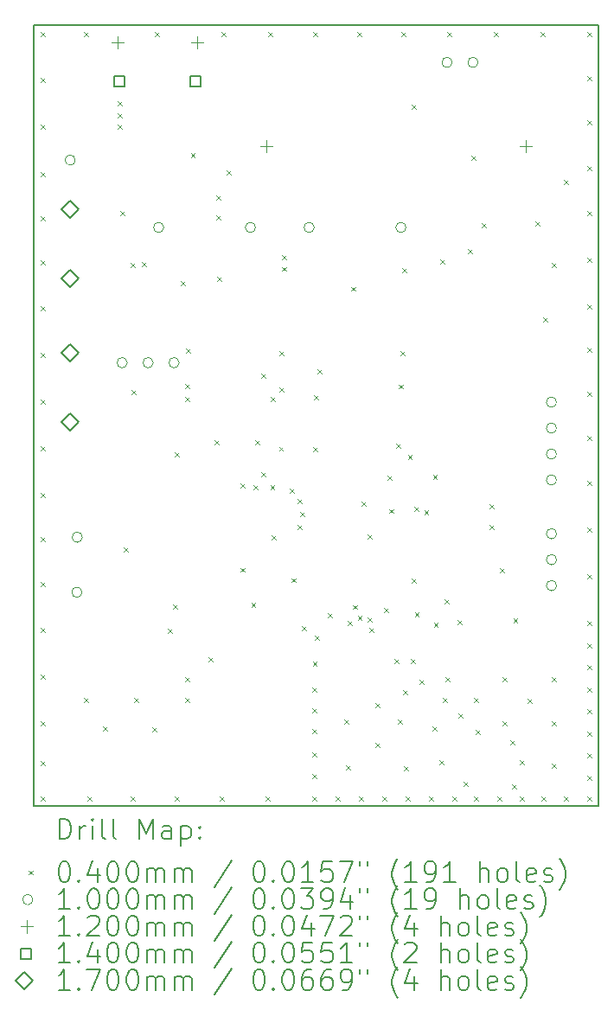
<source format=gbr>
%TF.GenerationSoftware,KiCad,Pcbnew,7.0.8*%
%TF.CreationDate,2024-12-25T15:07:26+01:00*%
%TF.ProjectId,STM32_Multimeter_PCB,53544d33-325f-44d7-956c-74696d657465,rev?*%
%TF.SameCoordinates,Original*%
%TF.FileFunction,Drillmap*%
%TF.FilePolarity,Positive*%
%FSLAX45Y45*%
G04 Gerber Fmt 4.5, Leading zero omitted, Abs format (unit mm)*
G04 Created by KiCad (PCBNEW 7.0.8) date 2024-12-25 15:07:26*
%MOMM*%
%LPD*%
G01*
G04 APERTURE LIST*
%ADD10C,0.200000*%
%ADD11C,0.040000*%
%ADD12C,0.100000*%
%ADD13C,0.120000*%
%ADD14C,0.140000*%
%ADD15C,0.170000*%
G04 APERTURE END LIST*
D10*
X3098800Y-2032000D02*
X8623300Y-2032000D01*
X8623300Y-9677400D01*
X3098800Y-9677400D01*
X3098800Y-2032000D01*
D11*
X3167700Y-2100900D02*
X3207700Y-2140900D01*
X3207700Y-2100900D02*
X3167700Y-2140900D01*
X3167700Y-2545400D02*
X3207700Y-2585400D01*
X3207700Y-2545400D02*
X3167700Y-2585400D01*
X3167700Y-3002600D02*
X3207700Y-3042600D01*
X3207700Y-3002600D02*
X3167700Y-3042600D01*
X3167700Y-3472500D02*
X3207700Y-3512500D01*
X3207700Y-3472500D02*
X3167700Y-3512500D01*
X3167700Y-3904300D02*
X3207700Y-3944300D01*
X3207700Y-3904300D02*
X3167700Y-3944300D01*
X3167700Y-4336100D02*
X3207700Y-4376100D01*
X3207700Y-4336100D02*
X3167700Y-4376100D01*
X3167700Y-4780600D02*
X3207700Y-4820600D01*
X3207700Y-4780600D02*
X3167700Y-4820600D01*
X3167700Y-5237800D02*
X3207700Y-5277800D01*
X3207700Y-5237800D02*
X3167700Y-5277800D01*
X3167700Y-5695000D02*
X3207700Y-5735000D01*
X3207700Y-5695000D02*
X3167700Y-5735000D01*
X3167700Y-6152200D02*
X3207700Y-6192200D01*
X3207700Y-6152200D02*
X3167700Y-6192200D01*
X3167700Y-6609400D02*
X3207700Y-6649400D01*
X3207700Y-6609400D02*
X3167700Y-6649400D01*
X3167700Y-7041200D02*
X3207700Y-7081200D01*
X3207700Y-7041200D02*
X3167700Y-7081200D01*
X3167700Y-7485700D02*
X3207700Y-7525700D01*
X3207700Y-7485700D02*
X3167700Y-7525700D01*
X3167700Y-7930200D02*
X3207700Y-7970200D01*
X3207700Y-7930200D02*
X3167700Y-7970200D01*
X3167700Y-8387400D02*
X3207700Y-8427400D01*
X3207700Y-8387400D02*
X3167700Y-8427400D01*
X3167700Y-8844600D02*
X3207700Y-8884600D01*
X3207700Y-8844600D02*
X3167700Y-8884600D01*
X3167700Y-9238300D02*
X3207700Y-9278300D01*
X3207700Y-9238300D02*
X3167700Y-9278300D01*
X3167700Y-9581200D02*
X3207700Y-9621200D01*
X3207700Y-9581200D02*
X3167700Y-9621200D01*
X3586800Y-2100900D02*
X3626800Y-2140900D01*
X3626800Y-2100900D02*
X3586800Y-2140900D01*
X3586800Y-8616000D02*
X3626800Y-8656000D01*
X3626800Y-8616000D02*
X3586800Y-8656000D01*
X3624900Y-9581200D02*
X3664900Y-9621200D01*
X3664900Y-9581200D02*
X3624900Y-9621200D01*
X3777300Y-8895400D02*
X3817300Y-8935400D01*
X3817300Y-8895400D02*
X3777300Y-8935400D01*
X3917000Y-2776600D02*
X3957000Y-2816600D01*
X3957000Y-2776600D02*
X3917000Y-2816600D01*
X3917000Y-2892233D02*
X3957000Y-2932233D01*
X3957000Y-2892233D02*
X3917000Y-2932233D01*
X3917000Y-3005200D02*
X3957000Y-3045200D01*
X3957000Y-3005200D02*
X3917000Y-3045200D01*
X3942400Y-3853500D02*
X3982400Y-3893500D01*
X3982400Y-3853500D02*
X3942400Y-3893500D01*
X3980500Y-7142800D02*
X4020500Y-7182800D01*
X4020500Y-7142800D02*
X3980500Y-7182800D01*
X4044000Y-4358550D02*
X4084000Y-4398550D01*
X4084000Y-4358550D02*
X4044000Y-4398550D01*
X4044000Y-9581200D02*
X4084000Y-9621200D01*
X4084000Y-9581200D02*
X4044000Y-9621200D01*
X4056700Y-5606100D02*
X4096700Y-5646100D01*
X4096700Y-5606100D02*
X4056700Y-5646100D01*
X4082100Y-8616000D02*
X4122100Y-8656000D01*
X4122100Y-8616000D02*
X4082100Y-8656000D01*
X4158300Y-4348800D02*
X4198300Y-4388800D01*
X4198300Y-4348800D02*
X4158300Y-4388800D01*
X4259900Y-8908100D02*
X4299900Y-8948100D01*
X4299900Y-8908100D02*
X4259900Y-8948100D01*
X4285300Y-2100900D02*
X4325300Y-2140900D01*
X4325300Y-2100900D02*
X4285300Y-2140900D01*
X4412300Y-7942900D02*
X4452300Y-7982900D01*
X4452300Y-7942900D02*
X4412300Y-7982900D01*
X4463100Y-7701600D02*
X4503100Y-7741600D01*
X4503100Y-7701600D02*
X4463100Y-7741600D01*
X4475800Y-6215700D02*
X4515800Y-6255700D01*
X4515800Y-6215700D02*
X4475800Y-6255700D01*
X4475800Y-9581200D02*
X4515800Y-9621200D01*
X4515800Y-9581200D02*
X4475800Y-9621200D01*
X4539300Y-4539300D02*
X4579300Y-4579300D01*
X4579300Y-4539300D02*
X4539300Y-4579300D01*
X4577400Y-5542600D02*
X4617400Y-5582600D01*
X4617400Y-5542600D02*
X4577400Y-5582600D01*
X4577400Y-5673150D02*
X4617400Y-5713150D01*
X4617400Y-5673150D02*
X4577400Y-5713150D01*
X4577400Y-8412800D02*
X4617400Y-8452800D01*
X4617400Y-8412800D02*
X4577400Y-8452800D01*
X4577400Y-8616000D02*
X4617400Y-8656000D01*
X4617400Y-8616000D02*
X4577400Y-8656000D01*
X4590100Y-5199700D02*
X4630100Y-5239700D01*
X4630100Y-5199700D02*
X4590100Y-5239700D01*
X4635500Y-3284000D02*
X4675500Y-3324000D01*
X4675500Y-3284000D02*
X4635500Y-3324000D01*
X4806000Y-8222300D02*
X4846000Y-8262300D01*
X4846000Y-8222300D02*
X4806000Y-8262300D01*
X4869500Y-6093050D02*
X4909500Y-6133050D01*
X4909500Y-6093050D02*
X4869500Y-6133050D01*
X4882200Y-3891600D02*
X4922200Y-3931600D01*
X4922200Y-3891600D02*
X4882200Y-3931600D01*
X4887900Y-3701100D02*
X4927900Y-3741100D01*
X4927900Y-3701100D02*
X4887900Y-3741100D01*
X4890800Y-4497100D02*
X4930800Y-4537100D01*
X4930800Y-4497100D02*
X4890800Y-4537100D01*
X4920300Y-9581200D02*
X4960300Y-9621200D01*
X4960300Y-9581200D02*
X4920300Y-9621200D01*
X4933000Y-2100900D02*
X4973000Y-2140900D01*
X4973000Y-2100900D02*
X4933000Y-2140900D01*
X4984069Y-3454106D02*
X5024069Y-3494106D01*
X5024069Y-3454106D02*
X4984069Y-3494106D01*
X5123500Y-6520500D02*
X5163500Y-6560500D01*
X5163500Y-6520500D02*
X5123500Y-6560500D01*
X5123500Y-7342250D02*
X5163500Y-7382250D01*
X5163500Y-7342250D02*
X5123500Y-7382250D01*
X5229005Y-7687151D02*
X5269005Y-7727151D01*
X5269005Y-7687151D02*
X5229005Y-7727151D01*
X5250500Y-6533200D02*
X5290500Y-6573200D01*
X5290500Y-6533200D02*
X5250500Y-6573200D01*
X5263200Y-6093050D02*
X5303200Y-6133050D01*
X5303200Y-6093050D02*
X5263200Y-6133050D01*
X5326200Y-5440500D02*
X5366200Y-5480500D01*
X5366200Y-5440500D02*
X5326200Y-5480500D01*
X5326700Y-6406200D02*
X5366700Y-6446200D01*
X5366700Y-6406200D02*
X5326700Y-6446200D01*
X5364800Y-9581200D02*
X5404800Y-9621200D01*
X5404800Y-9581200D02*
X5364800Y-9621200D01*
X5390200Y-2100900D02*
X5430200Y-2140900D01*
X5430200Y-2100900D02*
X5390200Y-2140900D01*
X5413248Y-6531550D02*
X5453248Y-6571550D01*
X5453248Y-6531550D02*
X5413248Y-6571550D01*
X5415600Y-5673150D02*
X5455600Y-5713150D01*
X5455600Y-5673150D02*
X5415600Y-5713150D01*
X5428300Y-7028500D02*
X5468300Y-7068500D01*
X5468300Y-7028500D02*
X5428300Y-7068500D01*
X5498000Y-6158700D02*
X5538000Y-6198700D01*
X5538000Y-6158700D02*
X5498000Y-6198700D01*
X5504465Y-5580700D02*
X5544465Y-5620700D01*
X5544465Y-5580700D02*
X5504465Y-5620700D01*
X5504500Y-5225100D02*
X5544500Y-5265100D01*
X5544500Y-5225100D02*
X5504500Y-5265100D01*
X5527350Y-4397050D02*
X5567350Y-4437050D01*
X5567350Y-4397050D02*
X5527350Y-4437050D01*
X5529900Y-4285300D02*
X5569900Y-4325300D01*
X5569900Y-4285300D02*
X5529900Y-4325300D01*
X5606100Y-6571300D02*
X5646100Y-6611300D01*
X5646100Y-6571300D02*
X5606100Y-6611300D01*
X5623920Y-7444654D02*
X5663920Y-7484654D01*
X5663920Y-7444654D02*
X5623920Y-7484654D01*
X5682300Y-6672900D02*
X5722300Y-6712900D01*
X5722300Y-6672900D02*
X5682300Y-6712900D01*
X5682300Y-6926900D02*
X5722300Y-6966900D01*
X5722300Y-6926900D02*
X5682300Y-6966900D01*
X5707700Y-6799900D02*
X5747700Y-6839900D01*
X5747700Y-6799900D02*
X5707700Y-6839900D01*
X5720400Y-7917500D02*
X5760400Y-7957500D01*
X5760400Y-7917500D02*
X5720400Y-7957500D01*
X5822000Y-8514400D02*
X5862000Y-8554400D01*
X5862000Y-8514400D02*
X5822000Y-8554400D01*
X5822000Y-8717600D02*
X5862000Y-8757600D01*
X5862000Y-8717600D02*
X5822000Y-8757600D01*
X5822000Y-8920800D02*
X5862000Y-8960800D01*
X5862000Y-8920800D02*
X5822000Y-8960800D01*
X5822000Y-9149400D02*
X5862000Y-9189400D01*
X5862000Y-9149400D02*
X5822000Y-9189400D01*
X5822000Y-9365300D02*
X5862000Y-9405300D01*
X5862000Y-9365300D02*
X5822000Y-9405300D01*
X5822000Y-9581200D02*
X5862000Y-9621200D01*
X5862000Y-9581200D02*
X5822000Y-9621200D01*
X5829848Y-8261470D02*
X5869848Y-8301470D01*
X5869848Y-8261470D02*
X5829848Y-8301470D01*
X5830424Y-6161262D02*
X5870424Y-6201262D01*
X5870424Y-6161262D02*
X5830424Y-6201262D01*
X5834700Y-2100900D02*
X5874700Y-2140900D01*
X5874700Y-2100900D02*
X5834700Y-2140900D01*
X5840600Y-5656900D02*
X5880600Y-5696900D01*
X5880600Y-5656900D02*
X5840600Y-5696900D01*
X5849829Y-8005576D02*
X5889829Y-8045576D01*
X5889829Y-8005576D02*
X5849829Y-8045576D01*
X5872800Y-5402900D02*
X5912800Y-5442900D01*
X5912800Y-5402900D02*
X5872800Y-5442900D01*
X5974400Y-7790500D02*
X6014400Y-7830500D01*
X6014400Y-7790500D02*
X5974400Y-7830500D01*
X6050600Y-9581200D02*
X6090600Y-9621200D01*
X6090600Y-9581200D02*
X6050600Y-9621200D01*
X6139500Y-8831900D02*
X6179500Y-8871900D01*
X6179500Y-8831900D02*
X6139500Y-8871900D01*
X6152200Y-9276400D02*
X6192200Y-9316400D01*
X6192200Y-9276400D02*
X6152200Y-9316400D01*
X6173850Y-7866750D02*
X6213850Y-7906750D01*
X6213850Y-7866750D02*
X6173850Y-7906750D01*
X6203000Y-4592300D02*
X6243000Y-4632300D01*
X6243000Y-4592300D02*
X6203000Y-4632300D01*
X6224794Y-7708050D02*
X6264794Y-7748050D01*
X6264794Y-7708050D02*
X6224794Y-7748050D01*
X6266500Y-2100900D02*
X6306500Y-2140900D01*
X6306500Y-2100900D02*
X6266500Y-2140900D01*
X6269254Y-7814193D02*
X6309254Y-7854193D01*
X6309254Y-7814193D02*
X6269254Y-7854193D01*
X6279200Y-9581200D02*
X6319200Y-9621200D01*
X6319200Y-9581200D02*
X6279200Y-9621200D01*
X6304600Y-6698300D02*
X6344600Y-6738300D01*
X6344600Y-6698300D02*
X6304600Y-6738300D01*
X6367764Y-7831103D02*
X6407764Y-7871103D01*
X6407764Y-7831103D02*
X6367764Y-7871103D01*
X6368100Y-7015800D02*
X6408100Y-7055800D01*
X6408100Y-7015800D02*
X6368100Y-7055800D01*
X6380800Y-7930200D02*
X6420800Y-7970200D01*
X6420800Y-7930200D02*
X6380800Y-7970200D01*
X6444300Y-8666800D02*
X6484300Y-8706800D01*
X6484300Y-8666800D02*
X6444300Y-8706800D01*
X6444300Y-9060500D02*
X6484300Y-9100500D01*
X6484300Y-9060500D02*
X6444300Y-9100500D01*
X6507800Y-9581200D02*
X6547800Y-9621200D01*
X6547800Y-9581200D02*
X6507800Y-9621200D01*
X6525550Y-7739700D02*
X6565550Y-7779700D01*
X6565550Y-7739700D02*
X6525550Y-7779700D01*
X6558600Y-6444300D02*
X6598600Y-6484300D01*
X6598600Y-6444300D02*
X6558600Y-6484300D01*
X6575514Y-6766874D02*
X6615514Y-6806874D01*
X6615514Y-6766874D02*
X6575514Y-6806874D01*
X6631350Y-8235000D02*
X6671350Y-8275000D01*
X6671350Y-8235000D02*
X6631350Y-8275000D01*
X6647500Y-6126800D02*
X6687500Y-6166800D01*
X6687500Y-6126800D02*
X6647500Y-6166800D01*
X6660200Y-8831900D02*
X6700200Y-8871900D01*
X6700200Y-8831900D02*
X6660200Y-8871900D01*
X6672900Y-5547150D02*
X6712900Y-5587150D01*
X6712900Y-5547150D02*
X6672900Y-5587150D01*
X6685600Y-5225100D02*
X6725600Y-5265100D01*
X6725600Y-5225100D02*
X6685600Y-5265100D01*
X6698300Y-2100900D02*
X6738300Y-2140900D01*
X6738300Y-2100900D02*
X6698300Y-2140900D01*
X6704450Y-4412300D02*
X6744450Y-4452300D01*
X6744450Y-4412300D02*
X6704450Y-4452300D01*
X6711000Y-8539800D02*
X6751000Y-8579800D01*
X6751000Y-8539800D02*
X6711000Y-8579800D01*
X6723700Y-9289100D02*
X6763700Y-9329100D01*
X6763700Y-9289100D02*
X6723700Y-9329100D01*
X6736400Y-9581200D02*
X6776400Y-9621200D01*
X6776400Y-9581200D02*
X6736400Y-9621200D01*
X6761370Y-6240670D02*
X6801370Y-6280670D01*
X6801370Y-6240670D02*
X6761370Y-6280670D01*
X6787200Y-8235000D02*
X6827200Y-8275000D01*
X6827200Y-8235000D02*
X6787200Y-8275000D01*
X6799900Y-2812100D02*
X6839900Y-2852100D01*
X6839900Y-2812100D02*
X6799900Y-2852100D01*
X6800330Y-7448030D02*
X6840330Y-7488030D01*
X6840330Y-7448030D02*
X6800330Y-7488030D01*
X6825550Y-6749100D02*
X6865550Y-6789100D01*
X6865550Y-6749100D02*
X6825550Y-6789100D01*
X6829050Y-7778080D02*
X6869050Y-7818080D01*
X6869050Y-7778080D02*
X6829050Y-7818080D01*
X6876100Y-8438200D02*
X6916100Y-8478200D01*
X6916100Y-8438200D02*
X6876100Y-8478200D01*
X6920340Y-6780801D02*
X6960340Y-6820801D01*
X6960340Y-6780801D02*
X6920340Y-6820801D01*
X6965000Y-9581200D02*
X7005000Y-9621200D01*
X7005000Y-9581200D02*
X6965000Y-9621200D01*
X7003100Y-8895400D02*
X7043100Y-8935400D01*
X7043100Y-8895400D02*
X7003100Y-8935400D01*
X7006892Y-6433350D02*
X7046892Y-6473350D01*
X7046892Y-6433350D02*
X7006892Y-6473350D01*
X7015520Y-7879680D02*
X7055520Y-7919680D01*
X7055520Y-7879680D02*
X7015520Y-7919680D01*
X7066600Y-9225600D02*
X7106600Y-9265600D01*
X7106600Y-9225600D02*
X7066600Y-9265600D01*
X7079300Y-4323400D02*
X7119300Y-4363400D01*
X7119300Y-4323400D02*
X7079300Y-4363400D01*
X7104700Y-8616000D02*
X7144700Y-8656000D01*
X7144700Y-8616000D02*
X7104700Y-8656000D01*
X7117400Y-7650800D02*
X7157400Y-7690800D01*
X7157400Y-7650800D02*
X7117400Y-7690800D01*
X7130100Y-8412800D02*
X7170100Y-8452800D01*
X7170100Y-8412800D02*
X7130100Y-8452800D01*
X7142800Y-2100900D02*
X7182800Y-2140900D01*
X7182800Y-2100900D02*
X7142800Y-2140900D01*
X7193600Y-9581200D02*
X7233600Y-9621200D01*
X7233600Y-9581200D02*
X7193600Y-9621200D01*
X7244400Y-7854000D02*
X7284400Y-7894000D01*
X7284400Y-7854000D02*
X7244400Y-7894000D01*
X7257100Y-8768400D02*
X7297100Y-8808400D01*
X7297100Y-8768400D02*
X7257100Y-8808400D01*
X7307900Y-9441500D02*
X7347900Y-9481500D01*
X7347900Y-9441500D02*
X7307900Y-9481500D01*
X7346000Y-4221800D02*
X7386000Y-4261800D01*
X7386000Y-4221800D02*
X7346000Y-4261800D01*
X7384100Y-3307400D02*
X7424100Y-3347400D01*
X7424100Y-3307400D02*
X7384100Y-3347400D01*
X7409500Y-8616000D02*
X7449500Y-8656000D01*
X7449500Y-8616000D02*
X7409500Y-8656000D01*
X7409500Y-9581200D02*
X7449500Y-9621200D01*
X7449500Y-9581200D02*
X7409500Y-9621200D01*
X7422200Y-8933500D02*
X7462200Y-8973500D01*
X7462200Y-8933500D02*
X7422200Y-8973500D01*
X7485700Y-3967800D02*
X7525700Y-4007800D01*
X7525700Y-3967800D02*
X7485700Y-4007800D01*
X7561900Y-6723700D02*
X7601900Y-6763700D01*
X7601900Y-6723700D02*
X7561900Y-6763700D01*
X7561900Y-6926900D02*
X7601900Y-6966900D01*
X7601900Y-6926900D02*
X7561900Y-6966900D01*
X7600000Y-2100900D02*
X7640000Y-2140900D01*
X7640000Y-2100900D02*
X7600000Y-2140900D01*
X7638100Y-9581200D02*
X7678100Y-9621200D01*
X7678100Y-9581200D02*
X7638100Y-9621200D01*
X7663500Y-7346000D02*
X7703500Y-7386000D01*
X7703500Y-7346000D02*
X7663500Y-7386000D01*
X7688900Y-8412800D02*
X7728900Y-8452800D01*
X7728900Y-8412800D02*
X7688900Y-8452800D01*
X7688900Y-8844600D02*
X7728900Y-8884600D01*
X7728900Y-8844600D02*
X7688900Y-8884600D01*
X7765100Y-9035100D02*
X7805100Y-9075100D01*
X7805100Y-9035100D02*
X7765100Y-9075100D01*
X7777800Y-9466900D02*
X7817800Y-9506900D01*
X7817800Y-9466900D02*
X7777800Y-9506900D01*
X7793900Y-7841300D02*
X7833900Y-7881300D01*
X7833900Y-7841300D02*
X7793900Y-7881300D01*
X7854000Y-9225600D02*
X7894000Y-9265600D01*
X7894000Y-9225600D02*
X7854000Y-9265600D01*
X7854000Y-9581200D02*
X7894000Y-9621200D01*
X7894000Y-9581200D02*
X7854000Y-9621200D01*
X7930200Y-8628700D02*
X7970200Y-8668700D01*
X7970200Y-8628700D02*
X7930200Y-8668700D01*
X8006400Y-3955100D02*
X8046400Y-3995100D01*
X8046400Y-3955100D02*
X8006400Y-3995100D01*
X8057200Y-2100900D02*
X8097200Y-2140900D01*
X8097200Y-2100900D02*
X8057200Y-2140900D01*
X8069900Y-9581200D02*
X8109900Y-9621200D01*
X8109900Y-9581200D02*
X8069900Y-9621200D01*
X8082600Y-4894900D02*
X8122600Y-4934900D01*
X8122600Y-4894900D02*
X8082600Y-4934900D01*
X8171500Y-4361500D02*
X8211500Y-4401500D01*
X8211500Y-4361500D02*
X8171500Y-4401500D01*
X8171500Y-8412800D02*
X8211500Y-8452800D01*
X8211500Y-8412800D02*
X8171500Y-8452800D01*
X8171500Y-8844600D02*
X8211500Y-8884600D01*
X8211500Y-8844600D02*
X8171500Y-8884600D01*
X8171500Y-9263700D02*
X8211500Y-9303700D01*
X8211500Y-9263700D02*
X8171500Y-9303700D01*
X8285800Y-3548700D02*
X8325800Y-3588700D01*
X8325800Y-3548700D02*
X8285800Y-3588700D01*
X8285800Y-9581200D02*
X8325800Y-9621200D01*
X8325800Y-9581200D02*
X8285800Y-9621200D01*
X8514400Y-2100900D02*
X8554400Y-2140900D01*
X8554400Y-2100900D02*
X8514400Y-2140900D01*
X8514400Y-2532700D02*
X8554400Y-2572700D01*
X8554400Y-2532700D02*
X8514400Y-2572700D01*
X8514400Y-2964500D02*
X8554400Y-3004500D01*
X8554400Y-2964500D02*
X8514400Y-3004500D01*
X8514400Y-3409000D02*
X8554400Y-3449000D01*
X8554400Y-3409000D02*
X8514400Y-3449000D01*
X8514400Y-3853500D02*
X8554400Y-3893500D01*
X8554400Y-3853500D02*
X8514400Y-3893500D01*
X8514400Y-4310700D02*
X8554400Y-4350700D01*
X8554400Y-4310700D02*
X8514400Y-4350700D01*
X8514400Y-4767900D02*
X8554400Y-4807900D01*
X8554400Y-4767900D02*
X8514400Y-4807900D01*
X8514400Y-5187000D02*
X8554400Y-5227000D01*
X8554400Y-5187000D02*
X8514400Y-5227000D01*
X8514400Y-5618800D02*
X8554400Y-5658800D01*
X8554400Y-5618800D02*
X8514400Y-5658800D01*
X8514400Y-6050600D02*
X8554400Y-6090600D01*
X8554400Y-6050600D02*
X8514400Y-6090600D01*
X8514400Y-6495100D02*
X8554400Y-6535100D01*
X8554400Y-6495100D02*
X8514400Y-6535100D01*
X8514400Y-6952300D02*
X8554400Y-6992300D01*
X8554400Y-6952300D02*
X8514400Y-6992300D01*
X8514400Y-7409500D02*
X8554400Y-7449500D01*
X8554400Y-7409500D02*
X8514400Y-7449500D01*
X8514400Y-7866700D02*
X8554400Y-7906700D01*
X8554400Y-7866700D02*
X8514400Y-7906700D01*
X8514400Y-8082600D02*
X8554400Y-8122600D01*
X8554400Y-8082600D02*
X8514400Y-8122600D01*
X8514400Y-8298500D02*
X8554400Y-8338500D01*
X8554400Y-8298500D02*
X8514400Y-8338500D01*
X8514400Y-8514400D02*
X8554400Y-8554400D01*
X8554400Y-8514400D02*
X8514400Y-8554400D01*
X8514400Y-8730300D02*
X8554400Y-8770300D01*
X8554400Y-8730300D02*
X8514400Y-8770300D01*
X8514400Y-8946200D02*
X8554400Y-8986200D01*
X8554400Y-8946200D02*
X8514400Y-8986200D01*
X8514400Y-9162100D02*
X8554400Y-9202100D01*
X8554400Y-9162100D02*
X8514400Y-9202100D01*
X8514400Y-9378000D02*
X8554400Y-9418000D01*
X8554400Y-9378000D02*
X8514400Y-9418000D01*
X8514400Y-9581200D02*
X8554400Y-9621200D01*
X8554400Y-9581200D02*
X8514400Y-9621200D01*
D12*
X3504400Y-3350400D02*
G75*
G03*
X3504400Y-3350400I-50000J0D01*
G01*
X3569694Y-7581689D02*
G75*
G03*
X3569694Y-7581689I-50000J0D01*
G01*
X3573503Y-7043271D02*
G75*
G03*
X3573503Y-7043271I-50000J0D01*
G01*
X4012400Y-5334000D02*
G75*
G03*
X4012400Y-5334000I-50000J0D01*
G01*
X4266400Y-5334000D02*
G75*
G03*
X4266400Y-5334000I-50000J0D01*
G01*
X4369700Y-4010800D02*
G75*
G03*
X4369700Y-4010800I-50000J0D01*
G01*
X4520400Y-5334000D02*
G75*
G03*
X4520400Y-5334000I-50000J0D01*
G01*
X5269700Y-4010800D02*
G75*
G03*
X5269700Y-4010800I-50000J0D01*
G01*
X5842900Y-4010800D02*
G75*
G03*
X5842900Y-4010800I-50000J0D01*
G01*
X6742900Y-4010800D02*
G75*
G03*
X6742900Y-4010800I-50000J0D01*
G01*
X7192800Y-2394700D02*
G75*
G03*
X7192800Y-2394700I-50000J0D01*
G01*
X7446800Y-2394700D02*
G75*
G03*
X7446800Y-2394700I-50000J0D01*
G01*
X8216100Y-5721500D02*
G75*
G03*
X8216100Y-5721500I-50000J0D01*
G01*
X8216100Y-5975500D02*
G75*
G03*
X8216100Y-5975500I-50000J0D01*
G01*
X8216100Y-6229500D02*
G75*
G03*
X8216100Y-6229500I-50000J0D01*
G01*
X8216100Y-6483500D02*
G75*
G03*
X8216100Y-6483500I-50000J0D01*
G01*
X8216100Y-7008900D02*
G75*
G03*
X8216100Y-7008900I-50000J0D01*
G01*
X8216100Y-7262900D02*
G75*
G03*
X8216100Y-7262900I-50000J0D01*
G01*
X8216100Y-7516900D02*
G75*
G03*
X8216100Y-7516900I-50000J0D01*
G01*
D13*
X3921800Y-2141500D02*
X3921800Y-2261500D01*
X3861800Y-2201500D02*
X3981800Y-2201500D01*
X4696800Y-2141500D02*
X4696800Y-2261500D01*
X4636800Y-2201500D02*
X4756800Y-2201500D01*
X5372100Y-3153100D02*
X5372100Y-3273100D01*
X5312100Y-3213100D02*
X5432100Y-3213100D01*
X7912100Y-3153100D02*
X7912100Y-3273100D01*
X7852100Y-3213100D02*
X7972100Y-3213100D01*
D14*
X3986298Y-2630998D02*
X3986298Y-2532002D01*
X3887302Y-2532002D01*
X3887302Y-2630998D01*
X3986298Y-2630998D01*
X4731298Y-2630998D02*
X4731298Y-2532002D01*
X4632302Y-2532002D01*
X4632302Y-2630998D01*
X4731298Y-2630998D01*
D15*
X3454400Y-3919400D02*
X3539400Y-3834400D01*
X3454400Y-3749400D01*
X3369400Y-3834400D01*
X3454400Y-3919400D01*
X3454400Y-4595400D02*
X3539400Y-4510400D01*
X3454400Y-4425400D01*
X3369400Y-4510400D01*
X3454400Y-4595400D01*
X3454400Y-5323400D02*
X3539400Y-5238400D01*
X3454400Y-5153400D01*
X3369400Y-5238400D01*
X3454400Y-5323400D01*
X3454400Y-5999400D02*
X3539400Y-5914400D01*
X3454400Y-5829400D01*
X3369400Y-5914400D01*
X3454400Y-5999400D01*
D10*
X3349577Y-9998884D02*
X3349577Y-9798884D01*
X3349577Y-9798884D02*
X3397196Y-9798884D01*
X3397196Y-9798884D02*
X3425767Y-9808408D01*
X3425767Y-9808408D02*
X3444815Y-9827455D01*
X3444815Y-9827455D02*
X3454339Y-9846503D01*
X3454339Y-9846503D02*
X3463862Y-9884598D01*
X3463862Y-9884598D02*
X3463862Y-9913170D01*
X3463862Y-9913170D02*
X3454339Y-9951265D01*
X3454339Y-9951265D02*
X3444815Y-9970312D01*
X3444815Y-9970312D02*
X3425767Y-9989360D01*
X3425767Y-9989360D02*
X3397196Y-9998884D01*
X3397196Y-9998884D02*
X3349577Y-9998884D01*
X3549577Y-9998884D02*
X3549577Y-9865550D01*
X3549577Y-9903646D02*
X3559101Y-9884598D01*
X3559101Y-9884598D02*
X3568624Y-9875074D01*
X3568624Y-9875074D02*
X3587672Y-9865550D01*
X3587672Y-9865550D02*
X3606720Y-9865550D01*
X3673386Y-9998884D02*
X3673386Y-9865550D01*
X3673386Y-9798884D02*
X3663862Y-9808408D01*
X3663862Y-9808408D02*
X3673386Y-9817931D01*
X3673386Y-9817931D02*
X3682910Y-9808408D01*
X3682910Y-9808408D02*
X3673386Y-9798884D01*
X3673386Y-9798884D02*
X3673386Y-9817931D01*
X3797196Y-9998884D02*
X3778148Y-9989360D01*
X3778148Y-9989360D02*
X3768624Y-9970312D01*
X3768624Y-9970312D02*
X3768624Y-9798884D01*
X3901958Y-9998884D02*
X3882910Y-9989360D01*
X3882910Y-9989360D02*
X3873386Y-9970312D01*
X3873386Y-9970312D02*
X3873386Y-9798884D01*
X4130529Y-9998884D02*
X4130529Y-9798884D01*
X4130529Y-9798884D02*
X4197196Y-9941741D01*
X4197196Y-9941741D02*
X4263863Y-9798884D01*
X4263863Y-9798884D02*
X4263863Y-9998884D01*
X4444815Y-9998884D02*
X4444815Y-9894122D01*
X4444815Y-9894122D02*
X4435291Y-9875074D01*
X4435291Y-9875074D02*
X4416244Y-9865550D01*
X4416244Y-9865550D02*
X4378148Y-9865550D01*
X4378148Y-9865550D02*
X4359101Y-9875074D01*
X4444815Y-9989360D02*
X4425767Y-9998884D01*
X4425767Y-9998884D02*
X4378148Y-9998884D01*
X4378148Y-9998884D02*
X4359101Y-9989360D01*
X4359101Y-9989360D02*
X4349577Y-9970312D01*
X4349577Y-9970312D02*
X4349577Y-9951265D01*
X4349577Y-9951265D02*
X4359101Y-9932217D01*
X4359101Y-9932217D02*
X4378148Y-9922693D01*
X4378148Y-9922693D02*
X4425767Y-9922693D01*
X4425767Y-9922693D02*
X4444815Y-9913170D01*
X4540053Y-9865550D02*
X4540053Y-10065550D01*
X4540053Y-9875074D02*
X4559101Y-9865550D01*
X4559101Y-9865550D02*
X4597196Y-9865550D01*
X4597196Y-9865550D02*
X4616244Y-9875074D01*
X4616244Y-9875074D02*
X4625767Y-9884598D01*
X4625767Y-9884598D02*
X4635291Y-9903646D01*
X4635291Y-9903646D02*
X4635291Y-9960789D01*
X4635291Y-9960789D02*
X4625767Y-9979836D01*
X4625767Y-9979836D02*
X4616244Y-9989360D01*
X4616244Y-9989360D02*
X4597196Y-9998884D01*
X4597196Y-9998884D02*
X4559101Y-9998884D01*
X4559101Y-9998884D02*
X4540053Y-9989360D01*
X4721005Y-9979836D02*
X4730529Y-9989360D01*
X4730529Y-9989360D02*
X4721005Y-9998884D01*
X4721005Y-9998884D02*
X4711482Y-9989360D01*
X4711482Y-9989360D02*
X4721005Y-9979836D01*
X4721005Y-9979836D02*
X4721005Y-9998884D01*
X4721005Y-9875074D02*
X4730529Y-9884598D01*
X4730529Y-9884598D02*
X4721005Y-9894122D01*
X4721005Y-9894122D02*
X4711482Y-9884598D01*
X4711482Y-9884598D02*
X4721005Y-9875074D01*
X4721005Y-9875074D02*
X4721005Y-9894122D01*
D11*
X3048800Y-10307400D02*
X3088800Y-10347400D01*
X3088800Y-10307400D02*
X3048800Y-10347400D01*
D10*
X3387672Y-10218884D02*
X3406720Y-10218884D01*
X3406720Y-10218884D02*
X3425767Y-10228408D01*
X3425767Y-10228408D02*
X3435291Y-10237931D01*
X3435291Y-10237931D02*
X3444815Y-10256979D01*
X3444815Y-10256979D02*
X3454339Y-10295074D01*
X3454339Y-10295074D02*
X3454339Y-10342693D01*
X3454339Y-10342693D02*
X3444815Y-10380789D01*
X3444815Y-10380789D02*
X3435291Y-10399836D01*
X3435291Y-10399836D02*
X3425767Y-10409360D01*
X3425767Y-10409360D02*
X3406720Y-10418884D01*
X3406720Y-10418884D02*
X3387672Y-10418884D01*
X3387672Y-10418884D02*
X3368624Y-10409360D01*
X3368624Y-10409360D02*
X3359101Y-10399836D01*
X3359101Y-10399836D02*
X3349577Y-10380789D01*
X3349577Y-10380789D02*
X3340053Y-10342693D01*
X3340053Y-10342693D02*
X3340053Y-10295074D01*
X3340053Y-10295074D02*
X3349577Y-10256979D01*
X3349577Y-10256979D02*
X3359101Y-10237931D01*
X3359101Y-10237931D02*
X3368624Y-10228408D01*
X3368624Y-10228408D02*
X3387672Y-10218884D01*
X3540053Y-10399836D02*
X3549577Y-10409360D01*
X3549577Y-10409360D02*
X3540053Y-10418884D01*
X3540053Y-10418884D02*
X3530529Y-10409360D01*
X3530529Y-10409360D02*
X3540053Y-10399836D01*
X3540053Y-10399836D02*
X3540053Y-10418884D01*
X3721005Y-10285550D02*
X3721005Y-10418884D01*
X3673386Y-10209360D02*
X3625767Y-10352217D01*
X3625767Y-10352217D02*
X3749577Y-10352217D01*
X3863862Y-10218884D02*
X3882910Y-10218884D01*
X3882910Y-10218884D02*
X3901958Y-10228408D01*
X3901958Y-10228408D02*
X3911482Y-10237931D01*
X3911482Y-10237931D02*
X3921005Y-10256979D01*
X3921005Y-10256979D02*
X3930529Y-10295074D01*
X3930529Y-10295074D02*
X3930529Y-10342693D01*
X3930529Y-10342693D02*
X3921005Y-10380789D01*
X3921005Y-10380789D02*
X3911482Y-10399836D01*
X3911482Y-10399836D02*
X3901958Y-10409360D01*
X3901958Y-10409360D02*
X3882910Y-10418884D01*
X3882910Y-10418884D02*
X3863862Y-10418884D01*
X3863862Y-10418884D02*
X3844815Y-10409360D01*
X3844815Y-10409360D02*
X3835291Y-10399836D01*
X3835291Y-10399836D02*
X3825767Y-10380789D01*
X3825767Y-10380789D02*
X3816243Y-10342693D01*
X3816243Y-10342693D02*
X3816243Y-10295074D01*
X3816243Y-10295074D02*
X3825767Y-10256979D01*
X3825767Y-10256979D02*
X3835291Y-10237931D01*
X3835291Y-10237931D02*
X3844815Y-10228408D01*
X3844815Y-10228408D02*
X3863862Y-10218884D01*
X4054339Y-10218884D02*
X4073386Y-10218884D01*
X4073386Y-10218884D02*
X4092434Y-10228408D01*
X4092434Y-10228408D02*
X4101958Y-10237931D01*
X4101958Y-10237931D02*
X4111482Y-10256979D01*
X4111482Y-10256979D02*
X4121005Y-10295074D01*
X4121005Y-10295074D02*
X4121005Y-10342693D01*
X4121005Y-10342693D02*
X4111482Y-10380789D01*
X4111482Y-10380789D02*
X4101958Y-10399836D01*
X4101958Y-10399836D02*
X4092434Y-10409360D01*
X4092434Y-10409360D02*
X4073386Y-10418884D01*
X4073386Y-10418884D02*
X4054339Y-10418884D01*
X4054339Y-10418884D02*
X4035291Y-10409360D01*
X4035291Y-10409360D02*
X4025767Y-10399836D01*
X4025767Y-10399836D02*
X4016243Y-10380789D01*
X4016243Y-10380789D02*
X4006720Y-10342693D01*
X4006720Y-10342693D02*
X4006720Y-10295074D01*
X4006720Y-10295074D02*
X4016243Y-10256979D01*
X4016243Y-10256979D02*
X4025767Y-10237931D01*
X4025767Y-10237931D02*
X4035291Y-10228408D01*
X4035291Y-10228408D02*
X4054339Y-10218884D01*
X4206720Y-10418884D02*
X4206720Y-10285550D01*
X4206720Y-10304598D02*
X4216244Y-10295074D01*
X4216244Y-10295074D02*
X4235291Y-10285550D01*
X4235291Y-10285550D02*
X4263863Y-10285550D01*
X4263863Y-10285550D02*
X4282910Y-10295074D01*
X4282910Y-10295074D02*
X4292434Y-10314122D01*
X4292434Y-10314122D02*
X4292434Y-10418884D01*
X4292434Y-10314122D02*
X4301958Y-10295074D01*
X4301958Y-10295074D02*
X4321005Y-10285550D01*
X4321005Y-10285550D02*
X4349577Y-10285550D01*
X4349577Y-10285550D02*
X4368625Y-10295074D01*
X4368625Y-10295074D02*
X4378148Y-10314122D01*
X4378148Y-10314122D02*
X4378148Y-10418884D01*
X4473386Y-10418884D02*
X4473386Y-10285550D01*
X4473386Y-10304598D02*
X4482910Y-10295074D01*
X4482910Y-10295074D02*
X4501958Y-10285550D01*
X4501958Y-10285550D02*
X4530529Y-10285550D01*
X4530529Y-10285550D02*
X4549577Y-10295074D01*
X4549577Y-10295074D02*
X4559101Y-10314122D01*
X4559101Y-10314122D02*
X4559101Y-10418884D01*
X4559101Y-10314122D02*
X4568625Y-10295074D01*
X4568625Y-10295074D02*
X4587672Y-10285550D01*
X4587672Y-10285550D02*
X4616244Y-10285550D01*
X4616244Y-10285550D02*
X4635291Y-10295074D01*
X4635291Y-10295074D02*
X4644815Y-10314122D01*
X4644815Y-10314122D02*
X4644815Y-10418884D01*
X5035291Y-10209360D02*
X4863863Y-10466503D01*
X5292434Y-10218884D02*
X5311482Y-10218884D01*
X5311482Y-10218884D02*
X5330529Y-10228408D01*
X5330529Y-10228408D02*
X5340053Y-10237931D01*
X5340053Y-10237931D02*
X5349577Y-10256979D01*
X5349577Y-10256979D02*
X5359101Y-10295074D01*
X5359101Y-10295074D02*
X5359101Y-10342693D01*
X5359101Y-10342693D02*
X5349577Y-10380789D01*
X5349577Y-10380789D02*
X5340053Y-10399836D01*
X5340053Y-10399836D02*
X5330529Y-10409360D01*
X5330529Y-10409360D02*
X5311482Y-10418884D01*
X5311482Y-10418884D02*
X5292434Y-10418884D01*
X5292434Y-10418884D02*
X5273387Y-10409360D01*
X5273387Y-10409360D02*
X5263863Y-10399836D01*
X5263863Y-10399836D02*
X5254339Y-10380789D01*
X5254339Y-10380789D02*
X5244815Y-10342693D01*
X5244815Y-10342693D02*
X5244815Y-10295074D01*
X5244815Y-10295074D02*
X5254339Y-10256979D01*
X5254339Y-10256979D02*
X5263863Y-10237931D01*
X5263863Y-10237931D02*
X5273387Y-10228408D01*
X5273387Y-10228408D02*
X5292434Y-10218884D01*
X5444815Y-10399836D02*
X5454339Y-10409360D01*
X5454339Y-10409360D02*
X5444815Y-10418884D01*
X5444815Y-10418884D02*
X5435291Y-10409360D01*
X5435291Y-10409360D02*
X5444815Y-10399836D01*
X5444815Y-10399836D02*
X5444815Y-10418884D01*
X5578148Y-10218884D02*
X5597196Y-10218884D01*
X5597196Y-10218884D02*
X5616244Y-10228408D01*
X5616244Y-10228408D02*
X5625767Y-10237931D01*
X5625767Y-10237931D02*
X5635291Y-10256979D01*
X5635291Y-10256979D02*
X5644815Y-10295074D01*
X5644815Y-10295074D02*
X5644815Y-10342693D01*
X5644815Y-10342693D02*
X5635291Y-10380789D01*
X5635291Y-10380789D02*
X5625767Y-10399836D01*
X5625767Y-10399836D02*
X5616244Y-10409360D01*
X5616244Y-10409360D02*
X5597196Y-10418884D01*
X5597196Y-10418884D02*
X5578148Y-10418884D01*
X5578148Y-10418884D02*
X5559101Y-10409360D01*
X5559101Y-10409360D02*
X5549577Y-10399836D01*
X5549577Y-10399836D02*
X5540053Y-10380789D01*
X5540053Y-10380789D02*
X5530529Y-10342693D01*
X5530529Y-10342693D02*
X5530529Y-10295074D01*
X5530529Y-10295074D02*
X5540053Y-10256979D01*
X5540053Y-10256979D02*
X5549577Y-10237931D01*
X5549577Y-10237931D02*
X5559101Y-10228408D01*
X5559101Y-10228408D02*
X5578148Y-10218884D01*
X5835291Y-10418884D02*
X5721006Y-10418884D01*
X5778148Y-10418884D02*
X5778148Y-10218884D01*
X5778148Y-10218884D02*
X5759101Y-10247455D01*
X5759101Y-10247455D02*
X5740053Y-10266503D01*
X5740053Y-10266503D02*
X5721006Y-10276027D01*
X6016244Y-10218884D02*
X5921006Y-10218884D01*
X5921006Y-10218884D02*
X5911482Y-10314122D01*
X5911482Y-10314122D02*
X5921006Y-10304598D01*
X5921006Y-10304598D02*
X5940053Y-10295074D01*
X5940053Y-10295074D02*
X5987672Y-10295074D01*
X5987672Y-10295074D02*
X6006720Y-10304598D01*
X6006720Y-10304598D02*
X6016244Y-10314122D01*
X6016244Y-10314122D02*
X6025767Y-10333170D01*
X6025767Y-10333170D02*
X6025767Y-10380789D01*
X6025767Y-10380789D02*
X6016244Y-10399836D01*
X6016244Y-10399836D02*
X6006720Y-10409360D01*
X6006720Y-10409360D02*
X5987672Y-10418884D01*
X5987672Y-10418884D02*
X5940053Y-10418884D01*
X5940053Y-10418884D02*
X5921006Y-10409360D01*
X5921006Y-10409360D02*
X5911482Y-10399836D01*
X6092434Y-10218884D02*
X6225767Y-10218884D01*
X6225767Y-10218884D02*
X6140053Y-10418884D01*
X6292434Y-10218884D02*
X6292434Y-10256979D01*
X6368625Y-10218884D02*
X6368625Y-10256979D01*
X6663863Y-10495074D02*
X6654339Y-10485550D01*
X6654339Y-10485550D02*
X6635291Y-10456979D01*
X6635291Y-10456979D02*
X6625768Y-10437931D01*
X6625768Y-10437931D02*
X6616244Y-10409360D01*
X6616244Y-10409360D02*
X6606720Y-10361741D01*
X6606720Y-10361741D02*
X6606720Y-10323646D01*
X6606720Y-10323646D02*
X6616244Y-10276027D01*
X6616244Y-10276027D02*
X6625768Y-10247455D01*
X6625768Y-10247455D02*
X6635291Y-10228408D01*
X6635291Y-10228408D02*
X6654339Y-10199836D01*
X6654339Y-10199836D02*
X6663863Y-10190312D01*
X6844815Y-10418884D02*
X6730529Y-10418884D01*
X6787672Y-10418884D02*
X6787672Y-10218884D01*
X6787672Y-10218884D02*
X6768625Y-10247455D01*
X6768625Y-10247455D02*
X6749577Y-10266503D01*
X6749577Y-10266503D02*
X6730529Y-10276027D01*
X6940053Y-10418884D02*
X6978148Y-10418884D01*
X6978148Y-10418884D02*
X6997196Y-10409360D01*
X6997196Y-10409360D02*
X7006720Y-10399836D01*
X7006720Y-10399836D02*
X7025768Y-10371265D01*
X7025768Y-10371265D02*
X7035291Y-10333170D01*
X7035291Y-10333170D02*
X7035291Y-10256979D01*
X7035291Y-10256979D02*
X7025768Y-10237931D01*
X7025768Y-10237931D02*
X7016244Y-10228408D01*
X7016244Y-10228408D02*
X6997196Y-10218884D01*
X6997196Y-10218884D02*
X6959101Y-10218884D01*
X6959101Y-10218884D02*
X6940053Y-10228408D01*
X6940053Y-10228408D02*
X6930529Y-10237931D01*
X6930529Y-10237931D02*
X6921006Y-10256979D01*
X6921006Y-10256979D02*
X6921006Y-10304598D01*
X6921006Y-10304598D02*
X6930529Y-10323646D01*
X6930529Y-10323646D02*
X6940053Y-10333170D01*
X6940053Y-10333170D02*
X6959101Y-10342693D01*
X6959101Y-10342693D02*
X6997196Y-10342693D01*
X6997196Y-10342693D02*
X7016244Y-10333170D01*
X7016244Y-10333170D02*
X7025768Y-10323646D01*
X7025768Y-10323646D02*
X7035291Y-10304598D01*
X7225768Y-10418884D02*
X7111482Y-10418884D01*
X7168625Y-10418884D02*
X7168625Y-10218884D01*
X7168625Y-10218884D02*
X7149577Y-10247455D01*
X7149577Y-10247455D02*
X7130529Y-10266503D01*
X7130529Y-10266503D02*
X7111482Y-10276027D01*
X7463863Y-10418884D02*
X7463863Y-10218884D01*
X7549577Y-10418884D02*
X7549577Y-10314122D01*
X7549577Y-10314122D02*
X7540053Y-10295074D01*
X7540053Y-10295074D02*
X7521006Y-10285550D01*
X7521006Y-10285550D02*
X7492434Y-10285550D01*
X7492434Y-10285550D02*
X7473387Y-10295074D01*
X7473387Y-10295074D02*
X7463863Y-10304598D01*
X7673387Y-10418884D02*
X7654339Y-10409360D01*
X7654339Y-10409360D02*
X7644815Y-10399836D01*
X7644815Y-10399836D02*
X7635291Y-10380789D01*
X7635291Y-10380789D02*
X7635291Y-10323646D01*
X7635291Y-10323646D02*
X7644815Y-10304598D01*
X7644815Y-10304598D02*
X7654339Y-10295074D01*
X7654339Y-10295074D02*
X7673387Y-10285550D01*
X7673387Y-10285550D02*
X7701958Y-10285550D01*
X7701958Y-10285550D02*
X7721006Y-10295074D01*
X7721006Y-10295074D02*
X7730530Y-10304598D01*
X7730530Y-10304598D02*
X7740053Y-10323646D01*
X7740053Y-10323646D02*
X7740053Y-10380789D01*
X7740053Y-10380789D02*
X7730530Y-10399836D01*
X7730530Y-10399836D02*
X7721006Y-10409360D01*
X7721006Y-10409360D02*
X7701958Y-10418884D01*
X7701958Y-10418884D02*
X7673387Y-10418884D01*
X7854339Y-10418884D02*
X7835291Y-10409360D01*
X7835291Y-10409360D02*
X7825768Y-10390312D01*
X7825768Y-10390312D02*
X7825768Y-10218884D01*
X8006720Y-10409360D02*
X7987672Y-10418884D01*
X7987672Y-10418884D02*
X7949577Y-10418884D01*
X7949577Y-10418884D02*
X7930530Y-10409360D01*
X7930530Y-10409360D02*
X7921006Y-10390312D01*
X7921006Y-10390312D02*
X7921006Y-10314122D01*
X7921006Y-10314122D02*
X7930530Y-10295074D01*
X7930530Y-10295074D02*
X7949577Y-10285550D01*
X7949577Y-10285550D02*
X7987672Y-10285550D01*
X7987672Y-10285550D02*
X8006720Y-10295074D01*
X8006720Y-10295074D02*
X8016244Y-10314122D01*
X8016244Y-10314122D02*
X8016244Y-10333170D01*
X8016244Y-10333170D02*
X7921006Y-10352217D01*
X8092434Y-10409360D02*
X8111482Y-10418884D01*
X8111482Y-10418884D02*
X8149577Y-10418884D01*
X8149577Y-10418884D02*
X8168625Y-10409360D01*
X8168625Y-10409360D02*
X8178149Y-10390312D01*
X8178149Y-10390312D02*
X8178149Y-10380789D01*
X8178149Y-10380789D02*
X8168625Y-10361741D01*
X8168625Y-10361741D02*
X8149577Y-10352217D01*
X8149577Y-10352217D02*
X8121006Y-10352217D01*
X8121006Y-10352217D02*
X8101958Y-10342693D01*
X8101958Y-10342693D02*
X8092434Y-10323646D01*
X8092434Y-10323646D02*
X8092434Y-10314122D01*
X8092434Y-10314122D02*
X8101958Y-10295074D01*
X8101958Y-10295074D02*
X8121006Y-10285550D01*
X8121006Y-10285550D02*
X8149577Y-10285550D01*
X8149577Y-10285550D02*
X8168625Y-10295074D01*
X8244815Y-10495074D02*
X8254339Y-10485550D01*
X8254339Y-10485550D02*
X8273387Y-10456979D01*
X8273387Y-10456979D02*
X8282911Y-10437931D01*
X8282911Y-10437931D02*
X8292434Y-10409360D01*
X8292434Y-10409360D02*
X8301958Y-10361741D01*
X8301958Y-10361741D02*
X8301958Y-10323646D01*
X8301958Y-10323646D02*
X8292434Y-10276027D01*
X8292434Y-10276027D02*
X8282911Y-10247455D01*
X8282911Y-10247455D02*
X8273387Y-10228408D01*
X8273387Y-10228408D02*
X8254339Y-10199836D01*
X8254339Y-10199836D02*
X8244815Y-10190312D01*
D12*
X3088800Y-10591400D02*
G75*
G03*
X3088800Y-10591400I-50000J0D01*
G01*
D10*
X3454339Y-10682884D02*
X3340053Y-10682884D01*
X3397196Y-10682884D02*
X3397196Y-10482884D01*
X3397196Y-10482884D02*
X3378148Y-10511455D01*
X3378148Y-10511455D02*
X3359101Y-10530503D01*
X3359101Y-10530503D02*
X3340053Y-10540027D01*
X3540053Y-10663836D02*
X3549577Y-10673360D01*
X3549577Y-10673360D02*
X3540053Y-10682884D01*
X3540053Y-10682884D02*
X3530529Y-10673360D01*
X3530529Y-10673360D02*
X3540053Y-10663836D01*
X3540053Y-10663836D02*
X3540053Y-10682884D01*
X3673386Y-10482884D02*
X3692434Y-10482884D01*
X3692434Y-10482884D02*
X3711482Y-10492408D01*
X3711482Y-10492408D02*
X3721005Y-10501931D01*
X3721005Y-10501931D02*
X3730529Y-10520979D01*
X3730529Y-10520979D02*
X3740053Y-10559074D01*
X3740053Y-10559074D02*
X3740053Y-10606693D01*
X3740053Y-10606693D02*
X3730529Y-10644789D01*
X3730529Y-10644789D02*
X3721005Y-10663836D01*
X3721005Y-10663836D02*
X3711482Y-10673360D01*
X3711482Y-10673360D02*
X3692434Y-10682884D01*
X3692434Y-10682884D02*
X3673386Y-10682884D01*
X3673386Y-10682884D02*
X3654339Y-10673360D01*
X3654339Y-10673360D02*
X3644815Y-10663836D01*
X3644815Y-10663836D02*
X3635291Y-10644789D01*
X3635291Y-10644789D02*
X3625767Y-10606693D01*
X3625767Y-10606693D02*
X3625767Y-10559074D01*
X3625767Y-10559074D02*
X3635291Y-10520979D01*
X3635291Y-10520979D02*
X3644815Y-10501931D01*
X3644815Y-10501931D02*
X3654339Y-10492408D01*
X3654339Y-10492408D02*
X3673386Y-10482884D01*
X3863862Y-10482884D02*
X3882910Y-10482884D01*
X3882910Y-10482884D02*
X3901958Y-10492408D01*
X3901958Y-10492408D02*
X3911482Y-10501931D01*
X3911482Y-10501931D02*
X3921005Y-10520979D01*
X3921005Y-10520979D02*
X3930529Y-10559074D01*
X3930529Y-10559074D02*
X3930529Y-10606693D01*
X3930529Y-10606693D02*
X3921005Y-10644789D01*
X3921005Y-10644789D02*
X3911482Y-10663836D01*
X3911482Y-10663836D02*
X3901958Y-10673360D01*
X3901958Y-10673360D02*
X3882910Y-10682884D01*
X3882910Y-10682884D02*
X3863862Y-10682884D01*
X3863862Y-10682884D02*
X3844815Y-10673360D01*
X3844815Y-10673360D02*
X3835291Y-10663836D01*
X3835291Y-10663836D02*
X3825767Y-10644789D01*
X3825767Y-10644789D02*
X3816243Y-10606693D01*
X3816243Y-10606693D02*
X3816243Y-10559074D01*
X3816243Y-10559074D02*
X3825767Y-10520979D01*
X3825767Y-10520979D02*
X3835291Y-10501931D01*
X3835291Y-10501931D02*
X3844815Y-10492408D01*
X3844815Y-10492408D02*
X3863862Y-10482884D01*
X4054339Y-10482884D02*
X4073386Y-10482884D01*
X4073386Y-10482884D02*
X4092434Y-10492408D01*
X4092434Y-10492408D02*
X4101958Y-10501931D01*
X4101958Y-10501931D02*
X4111482Y-10520979D01*
X4111482Y-10520979D02*
X4121005Y-10559074D01*
X4121005Y-10559074D02*
X4121005Y-10606693D01*
X4121005Y-10606693D02*
X4111482Y-10644789D01*
X4111482Y-10644789D02*
X4101958Y-10663836D01*
X4101958Y-10663836D02*
X4092434Y-10673360D01*
X4092434Y-10673360D02*
X4073386Y-10682884D01*
X4073386Y-10682884D02*
X4054339Y-10682884D01*
X4054339Y-10682884D02*
X4035291Y-10673360D01*
X4035291Y-10673360D02*
X4025767Y-10663836D01*
X4025767Y-10663836D02*
X4016243Y-10644789D01*
X4016243Y-10644789D02*
X4006720Y-10606693D01*
X4006720Y-10606693D02*
X4006720Y-10559074D01*
X4006720Y-10559074D02*
X4016243Y-10520979D01*
X4016243Y-10520979D02*
X4025767Y-10501931D01*
X4025767Y-10501931D02*
X4035291Y-10492408D01*
X4035291Y-10492408D02*
X4054339Y-10482884D01*
X4206720Y-10682884D02*
X4206720Y-10549550D01*
X4206720Y-10568598D02*
X4216244Y-10559074D01*
X4216244Y-10559074D02*
X4235291Y-10549550D01*
X4235291Y-10549550D02*
X4263863Y-10549550D01*
X4263863Y-10549550D02*
X4282910Y-10559074D01*
X4282910Y-10559074D02*
X4292434Y-10578122D01*
X4292434Y-10578122D02*
X4292434Y-10682884D01*
X4292434Y-10578122D02*
X4301958Y-10559074D01*
X4301958Y-10559074D02*
X4321005Y-10549550D01*
X4321005Y-10549550D02*
X4349577Y-10549550D01*
X4349577Y-10549550D02*
X4368625Y-10559074D01*
X4368625Y-10559074D02*
X4378148Y-10578122D01*
X4378148Y-10578122D02*
X4378148Y-10682884D01*
X4473386Y-10682884D02*
X4473386Y-10549550D01*
X4473386Y-10568598D02*
X4482910Y-10559074D01*
X4482910Y-10559074D02*
X4501958Y-10549550D01*
X4501958Y-10549550D02*
X4530529Y-10549550D01*
X4530529Y-10549550D02*
X4549577Y-10559074D01*
X4549577Y-10559074D02*
X4559101Y-10578122D01*
X4559101Y-10578122D02*
X4559101Y-10682884D01*
X4559101Y-10578122D02*
X4568625Y-10559074D01*
X4568625Y-10559074D02*
X4587672Y-10549550D01*
X4587672Y-10549550D02*
X4616244Y-10549550D01*
X4616244Y-10549550D02*
X4635291Y-10559074D01*
X4635291Y-10559074D02*
X4644815Y-10578122D01*
X4644815Y-10578122D02*
X4644815Y-10682884D01*
X5035291Y-10473360D02*
X4863863Y-10730503D01*
X5292434Y-10482884D02*
X5311482Y-10482884D01*
X5311482Y-10482884D02*
X5330529Y-10492408D01*
X5330529Y-10492408D02*
X5340053Y-10501931D01*
X5340053Y-10501931D02*
X5349577Y-10520979D01*
X5349577Y-10520979D02*
X5359101Y-10559074D01*
X5359101Y-10559074D02*
X5359101Y-10606693D01*
X5359101Y-10606693D02*
X5349577Y-10644789D01*
X5349577Y-10644789D02*
X5340053Y-10663836D01*
X5340053Y-10663836D02*
X5330529Y-10673360D01*
X5330529Y-10673360D02*
X5311482Y-10682884D01*
X5311482Y-10682884D02*
X5292434Y-10682884D01*
X5292434Y-10682884D02*
X5273387Y-10673360D01*
X5273387Y-10673360D02*
X5263863Y-10663836D01*
X5263863Y-10663836D02*
X5254339Y-10644789D01*
X5254339Y-10644789D02*
X5244815Y-10606693D01*
X5244815Y-10606693D02*
X5244815Y-10559074D01*
X5244815Y-10559074D02*
X5254339Y-10520979D01*
X5254339Y-10520979D02*
X5263863Y-10501931D01*
X5263863Y-10501931D02*
X5273387Y-10492408D01*
X5273387Y-10492408D02*
X5292434Y-10482884D01*
X5444815Y-10663836D02*
X5454339Y-10673360D01*
X5454339Y-10673360D02*
X5444815Y-10682884D01*
X5444815Y-10682884D02*
X5435291Y-10673360D01*
X5435291Y-10673360D02*
X5444815Y-10663836D01*
X5444815Y-10663836D02*
X5444815Y-10682884D01*
X5578148Y-10482884D02*
X5597196Y-10482884D01*
X5597196Y-10482884D02*
X5616244Y-10492408D01*
X5616244Y-10492408D02*
X5625767Y-10501931D01*
X5625767Y-10501931D02*
X5635291Y-10520979D01*
X5635291Y-10520979D02*
X5644815Y-10559074D01*
X5644815Y-10559074D02*
X5644815Y-10606693D01*
X5644815Y-10606693D02*
X5635291Y-10644789D01*
X5635291Y-10644789D02*
X5625767Y-10663836D01*
X5625767Y-10663836D02*
X5616244Y-10673360D01*
X5616244Y-10673360D02*
X5597196Y-10682884D01*
X5597196Y-10682884D02*
X5578148Y-10682884D01*
X5578148Y-10682884D02*
X5559101Y-10673360D01*
X5559101Y-10673360D02*
X5549577Y-10663836D01*
X5549577Y-10663836D02*
X5540053Y-10644789D01*
X5540053Y-10644789D02*
X5530529Y-10606693D01*
X5530529Y-10606693D02*
X5530529Y-10559074D01*
X5530529Y-10559074D02*
X5540053Y-10520979D01*
X5540053Y-10520979D02*
X5549577Y-10501931D01*
X5549577Y-10501931D02*
X5559101Y-10492408D01*
X5559101Y-10492408D02*
X5578148Y-10482884D01*
X5711482Y-10482884D02*
X5835291Y-10482884D01*
X5835291Y-10482884D02*
X5768625Y-10559074D01*
X5768625Y-10559074D02*
X5797196Y-10559074D01*
X5797196Y-10559074D02*
X5816244Y-10568598D01*
X5816244Y-10568598D02*
X5825767Y-10578122D01*
X5825767Y-10578122D02*
X5835291Y-10597170D01*
X5835291Y-10597170D02*
X5835291Y-10644789D01*
X5835291Y-10644789D02*
X5825767Y-10663836D01*
X5825767Y-10663836D02*
X5816244Y-10673360D01*
X5816244Y-10673360D02*
X5797196Y-10682884D01*
X5797196Y-10682884D02*
X5740053Y-10682884D01*
X5740053Y-10682884D02*
X5721006Y-10673360D01*
X5721006Y-10673360D02*
X5711482Y-10663836D01*
X5930529Y-10682884D02*
X5968625Y-10682884D01*
X5968625Y-10682884D02*
X5987672Y-10673360D01*
X5987672Y-10673360D02*
X5997196Y-10663836D01*
X5997196Y-10663836D02*
X6016244Y-10635265D01*
X6016244Y-10635265D02*
X6025767Y-10597170D01*
X6025767Y-10597170D02*
X6025767Y-10520979D01*
X6025767Y-10520979D02*
X6016244Y-10501931D01*
X6016244Y-10501931D02*
X6006720Y-10492408D01*
X6006720Y-10492408D02*
X5987672Y-10482884D01*
X5987672Y-10482884D02*
X5949577Y-10482884D01*
X5949577Y-10482884D02*
X5930529Y-10492408D01*
X5930529Y-10492408D02*
X5921006Y-10501931D01*
X5921006Y-10501931D02*
X5911482Y-10520979D01*
X5911482Y-10520979D02*
X5911482Y-10568598D01*
X5911482Y-10568598D02*
X5921006Y-10587646D01*
X5921006Y-10587646D02*
X5930529Y-10597170D01*
X5930529Y-10597170D02*
X5949577Y-10606693D01*
X5949577Y-10606693D02*
X5987672Y-10606693D01*
X5987672Y-10606693D02*
X6006720Y-10597170D01*
X6006720Y-10597170D02*
X6016244Y-10587646D01*
X6016244Y-10587646D02*
X6025767Y-10568598D01*
X6197196Y-10549550D02*
X6197196Y-10682884D01*
X6149577Y-10473360D02*
X6101958Y-10616217D01*
X6101958Y-10616217D02*
X6225767Y-10616217D01*
X6292434Y-10482884D02*
X6292434Y-10520979D01*
X6368625Y-10482884D02*
X6368625Y-10520979D01*
X6663863Y-10759074D02*
X6654339Y-10749550D01*
X6654339Y-10749550D02*
X6635291Y-10720979D01*
X6635291Y-10720979D02*
X6625768Y-10701931D01*
X6625768Y-10701931D02*
X6616244Y-10673360D01*
X6616244Y-10673360D02*
X6606720Y-10625741D01*
X6606720Y-10625741D02*
X6606720Y-10587646D01*
X6606720Y-10587646D02*
X6616244Y-10540027D01*
X6616244Y-10540027D02*
X6625768Y-10511455D01*
X6625768Y-10511455D02*
X6635291Y-10492408D01*
X6635291Y-10492408D02*
X6654339Y-10463836D01*
X6654339Y-10463836D02*
X6663863Y-10454312D01*
X6844815Y-10682884D02*
X6730529Y-10682884D01*
X6787672Y-10682884D02*
X6787672Y-10482884D01*
X6787672Y-10482884D02*
X6768625Y-10511455D01*
X6768625Y-10511455D02*
X6749577Y-10530503D01*
X6749577Y-10530503D02*
X6730529Y-10540027D01*
X6940053Y-10682884D02*
X6978148Y-10682884D01*
X6978148Y-10682884D02*
X6997196Y-10673360D01*
X6997196Y-10673360D02*
X7006720Y-10663836D01*
X7006720Y-10663836D02*
X7025768Y-10635265D01*
X7025768Y-10635265D02*
X7035291Y-10597170D01*
X7035291Y-10597170D02*
X7035291Y-10520979D01*
X7035291Y-10520979D02*
X7025768Y-10501931D01*
X7025768Y-10501931D02*
X7016244Y-10492408D01*
X7016244Y-10492408D02*
X6997196Y-10482884D01*
X6997196Y-10482884D02*
X6959101Y-10482884D01*
X6959101Y-10482884D02*
X6940053Y-10492408D01*
X6940053Y-10492408D02*
X6930529Y-10501931D01*
X6930529Y-10501931D02*
X6921006Y-10520979D01*
X6921006Y-10520979D02*
X6921006Y-10568598D01*
X6921006Y-10568598D02*
X6930529Y-10587646D01*
X6930529Y-10587646D02*
X6940053Y-10597170D01*
X6940053Y-10597170D02*
X6959101Y-10606693D01*
X6959101Y-10606693D02*
X6997196Y-10606693D01*
X6997196Y-10606693D02*
X7016244Y-10597170D01*
X7016244Y-10597170D02*
X7025768Y-10587646D01*
X7025768Y-10587646D02*
X7035291Y-10568598D01*
X7273387Y-10682884D02*
X7273387Y-10482884D01*
X7359101Y-10682884D02*
X7359101Y-10578122D01*
X7359101Y-10578122D02*
X7349577Y-10559074D01*
X7349577Y-10559074D02*
X7330530Y-10549550D01*
X7330530Y-10549550D02*
X7301958Y-10549550D01*
X7301958Y-10549550D02*
X7282910Y-10559074D01*
X7282910Y-10559074D02*
X7273387Y-10568598D01*
X7482910Y-10682884D02*
X7463863Y-10673360D01*
X7463863Y-10673360D02*
X7454339Y-10663836D01*
X7454339Y-10663836D02*
X7444815Y-10644789D01*
X7444815Y-10644789D02*
X7444815Y-10587646D01*
X7444815Y-10587646D02*
X7454339Y-10568598D01*
X7454339Y-10568598D02*
X7463863Y-10559074D01*
X7463863Y-10559074D02*
X7482910Y-10549550D01*
X7482910Y-10549550D02*
X7511482Y-10549550D01*
X7511482Y-10549550D02*
X7530530Y-10559074D01*
X7530530Y-10559074D02*
X7540053Y-10568598D01*
X7540053Y-10568598D02*
X7549577Y-10587646D01*
X7549577Y-10587646D02*
X7549577Y-10644789D01*
X7549577Y-10644789D02*
X7540053Y-10663836D01*
X7540053Y-10663836D02*
X7530530Y-10673360D01*
X7530530Y-10673360D02*
X7511482Y-10682884D01*
X7511482Y-10682884D02*
X7482910Y-10682884D01*
X7663863Y-10682884D02*
X7644815Y-10673360D01*
X7644815Y-10673360D02*
X7635291Y-10654312D01*
X7635291Y-10654312D02*
X7635291Y-10482884D01*
X7816244Y-10673360D02*
X7797196Y-10682884D01*
X7797196Y-10682884D02*
X7759101Y-10682884D01*
X7759101Y-10682884D02*
X7740053Y-10673360D01*
X7740053Y-10673360D02*
X7730530Y-10654312D01*
X7730530Y-10654312D02*
X7730530Y-10578122D01*
X7730530Y-10578122D02*
X7740053Y-10559074D01*
X7740053Y-10559074D02*
X7759101Y-10549550D01*
X7759101Y-10549550D02*
X7797196Y-10549550D01*
X7797196Y-10549550D02*
X7816244Y-10559074D01*
X7816244Y-10559074D02*
X7825768Y-10578122D01*
X7825768Y-10578122D02*
X7825768Y-10597170D01*
X7825768Y-10597170D02*
X7730530Y-10616217D01*
X7901958Y-10673360D02*
X7921006Y-10682884D01*
X7921006Y-10682884D02*
X7959101Y-10682884D01*
X7959101Y-10682884D02*
X7978149Y-10673360D01*
X7978149Y-10673360D02*
X7987672Y-10654312D01*
X7987672Y-10654312D02*
X7987672Y-10644789D01*
X7987672Y-10644789D02*
X7978149Y-10625741D01*
X7978149Y-10625741D02*
X7959101Y-10616217D01*
X7959101Y-10616217D02*
X7930530Y-10616217D01*
X7930530Y-10616217D02*
X7911482Y-10606693D01*
X7911482Y-10606693D02*
X7901958Y-10587646D01*
X7901958Y-10587646D02*
X7901958Y-10578122D01*
X7901958Y-10578122D02*
X7911482Y-10559074D01*
X7911482Y-10559074D02*
X7930530Y-10549550D01*
X7930530Y-10549550D02*
X7959101Y-10549550D01*
X7959101Y-10549550D02*
X7978149Y-10559074D01*
X8054339Y-10759074D02*
X8063863Y-10749550D01*
X8063863Y-10749550D02*
X8082911Y-10720979D01*
X8082911Y-10720979D02*
X8092434Y-10701931D01*
X8092434Y-10701931D02*
X8101958Y-10673360D01*
X8101958Y-10673360D02*
X8111482Y-10625741D01*
X8111482Y-10625741D02*
X8111482Y-10587646D01*
X8111482Y-10587646D02*
X8101958Y-10540027D01*
X8101958Y-10540027D02*
X8092434Y-10511455D01*
X8092434Y-10511455D02*
X8082911Y-10492408D01*
X8082911Y-10492408D02*
X8063863Y-10463836D01*
X8063863Y-10463836D02*
X8054339Y-10454312D01*
D13*
X3028800Y-10795400D02*
X3028800Y-10915400D01*
X2968800Y-10855400D02*
X3088800Y-10855400D01*
D10*
X3454339Y-10946884D02*
X3340053Y-10946884D01*
X3397196Y-10946884D02*
X3397196Y-10746884D01*
X3397196Y-10746884D02*
X3378148Y-10775455D01*
X3378148Y-10775455D02*
X3359101Y-10794503D01*
X3359101Y-10794503D02*
X3340053Y-10804027D01*
X3540053Y-10927836D02*
X3549577Y-10937360D01*
X3549577Y-10937360D02*
X3540053Y-10946884D01*
X3540053Y-10946884D02*
X3530529Y-10937360D01*
X3530529Y-10937360D02*
X3540053Y-10927836D01*
X3540053Y-10927836D02*
X3540053Y-10946884D01*
X3625767Y-10765931D02*
X3635291Y-10756408D01*
X3635291Y-10756408D02*
X3654339Y-10746884D01*
X3654339Y-10746884D02*
X3701958Y-10746884D01*
X3701958Y-10746884D02*
X3721005Y-10756408D01*
X3721005Y-10756408D02*
X3730529Y-10765931D01*
X3730529Y-10765931D02*
X3740053Y-10784979D01*
X3740053Y-10784979D02*
X3740053Y-10804027D01*
X3740053Y-10804027D02*
X3730529Y-10832598D01*
X3730529Y-10832598D02*
X3616243Y-10946884D01*
X3616243Y-10946884D02*
X3740053Y-10946884D01*
X3863862Y-10746884D02*
X3882910Y-10746884D01*
X3882910Y-10746884D02*
X3901958Y-10756408D01*
X3901958Y-10756408D02*
X3911482Y-10765931D01*
X3911482Y-10765931D02*
X3921005Y-10784979D01*
X3921005Y-10784979D02*
X3930529Y-10823074D01*
X3930529Y-10823074D02*
X3930529Y-10870693D01*
X3930529Y-10870693D02*
X3921005Y-10908789D01*
X3921005Y-10908789D02*
X3911482Y-10927836D01*
X3911482Y-10927836D02*
X3901958Y-10937360D01*
X3901958Y-10937360D02*
X3882910Y-10946884D01*
X3882910Y-10946884D02*
X3863862Y-10946884D01*
X3863862Y-10946884D02*
X3844815Y-10937360D01*
X3844815Y-10937360D02*
X3835291Y-10927836D01*
X3835291Y-10927836D02*
X3825767Y-10908789D01*
X3825767Y-10908789D02*
X3816243Y-10870693D01*
X3816243Y-10870693D02*
X3816243Y-10823074D01*
X3816243Y-10823074D02*
X3825767Y-10784979D01*
X3825767Y-10784979D02*
X3835291Y-10765931D01*
X3835291Y-10765931D02*
X3844815Y-10756408D01*
X3844815Y-10756408D02*
X3863862Y-10746884D01*
X4054339Y-10746884D02*
X4073386Y-10746884D01*
X4073386Y-10746884D02*
X4092434Y-10756408D01*
X4092434Y-10756408D02*
X4101958Y-10765931D01*
X4101958Y-10765931D02*
X4111482Y-10784979D01*
X4111482Y-10784979D02*
X4121005Y-10823074D01*
X4121005Y-10823074D02*
X4121005Y-10870693D01*
X4121005Y-10870693D02*
X4111482Y-10908789D01*
X4111482Y-10908789D02*
X4101958Y-10927836D01*
X4101958Y-10927836D02*
X4092434Y-10937360D01*
X4092434Y-10937360D02*
X4073386Y-10946884D01*
X4073386Y-10946884D02*
X4054339Y-10946884D01*
X4054339Y-10946884D02*
X4035291Y-10937360D01*
X4035291Y-10937360D02*
X4025767Y-10927836D01*
X4025767Y-10927836D02*
X4016243Y-10908789D01*
X4016243Y-10908789D02*
X4006720Y-10870693D01*
X4006720Y-10870693D02*
X4006720Y-10823074D01*
X4006720Y-10823074D02*
X4016243Y-10784979D01*
X4016243Y-10784979D02*
X4025767Y-10765931D01*
X4025767Y-10765931D02*
X4035291Y-10756408D01*
X4035291Y-10756408D02*
X4054339Y-10746884D01*
X4206720Y-10946884D02*
X4206720Y-10813550D01*
X4206720Y-10832598D02*
X4216244Y-10823074D01*
X4216244Y-10823074D02*
X4235291Y-10813550D01*
X4235291Y-10813550D02*
X4263863Y-10813550D01*
X4263863Y-10813550D02*
X4282910Y-10823074D01*
X4282910Y-10823074D02*
X4292434Y-10842122D01*
X4292434Y-10842122D02*
X4292434Y-10946884D01*
X4292434Y-10842122D02*
X4301958Y-10823074D01*
X4301958Y-10823074D02*
X4321005Y-10813550D01*
X4321005Y-10813550D02*
X4349577Y-10813550D01*
X4349577Y-10813550D02*
X4368625Y-10823074D01*
X4368625Y-10823074D02*
X4378148Y-10842122D01*
X4378148Y-10842122D02*
X4378148Y-10946884D01*
X4473386Y-10946884D02*
X4473386Y-10813550D01*
X4473386Y-10832598D02*
X4482910Y-10823074D01*
X4482910Y-10823074D02*
X4501958Y-10813550D01*
X4501958Y-10813550D02*
X4530529Y-10813550D01*
X4530529Y-10813550D02*
X4549577Y-10823074D01*
X4549577Y-10823074D02*
X4559101Y-10842122D01*
X4559101Y-10842122D02*
X4559101Y-10946884D01*
X4559101Y-10842122D02*
X4568625Y-10823074D01*
X4568625Y-10823074D02*
X4587672Y-10813550D01*
X4587672Y-10813550D02*
X4616244Y-10813550D01*
X4616244Y-10813550D02*
X4635291Y-10823074D01*
X4635291Y-10823074D02*
X4644815Y-10842122D01*
X4644815Y-10842122D02*
X4644815Y-10946884D01*
X5035291Y-10737360D02*
X4863863Y-10994503D01*
X5292434Y-10746884D02*
X5311482Y-10746884D01*
X5311482Y-10746884D02*
X5330529Y-10756408D01*
X5330529Y-10756408D02*
X5340053Y-10765931D01*
X5340053Y-10765931D02*
X5349577Y-10784979D01*
X5349577Y-10784979D02*
X5359101Y-10823074D01*
X5359101Y-10823074D02*
X5359101Y-10870693D01*
X5359101Y-10870693D02*
X5349577Y-10908789D01*
X5349577Y-10908789D02*
X5340053Y-10927836D01*
X5340053Y-10927836D02*
X5330529Y-10937360D01*
X5330529Y-10937360D02*
X5311482Y-10946884D01*
X5311482Y-10946884D02*
X5292434Y-10946884D01*
X5292434Y-10946884D02*
X5273387Y-10937360D01*
X5273387Y-10937360D02*
X5263863Y-10927836D01*
X5263863Y-10927836D02*
X5254339Y-10908789D01*
X5254339Y-10908789D02*
X5244815Y-10870693D01*
X5244815Y-10870693D02*
X5244815Y-10823074D01*
X5244815Y-10823074D02*
X5254339Y-10784979D01*
X5254339Y-10784979D02*
X5263863Y-10765931D01*
X5263863Y-10765931D02*
X5273387Y-10756408D01*
X5273387Y-10756408D02*
X5292434Y-10746884D01*
X5444815Y-10927836D02*
X5454339Y-10937360D01*
X5454339Y-10937360D02*
X5444815Y-10946884D01*
X5444815Y-10946884D02*
X5435291Y-10937360D01*
X5435291Y-10937360D02*
X5444815Y-10927836D01*
X5444815Y-10927836D02*
X5444815Y-10946884D01*
X5578148Y-10746884D02*
X5597196Y-10746884D01*
X5597196Y-10746884D02*
X5616244Y-10756408D01*
X5616244Y-10756408D02*
X5625767Y-10765931D01*
X5625767Y-10765931D02*
X5635291Y-10784979D01*
X5635291Y-10784979D02*
X5644815Y-10823074D01*
X5644815Y-10823074D02*
X5644815Y-10870693D01*
X5644815Y-10870693D02*
X5635291Y-10908789D01*
X5635291Y-10908789D02*
X5625767Y-10927836D01*
X5625767Y-10927836D02*
X5616244Y-10937360D01*
X5616244Y-10937360D02*
X5597196Y-10946884D01*
X5597196Y-10946884D02*
X5578148Y-10946884D01*
X5578148Y-10946884D02*
X5559101Y-10937360D01*
X5559101Y-10937360D02*
X5549577Y-10927836D01*
X5549577Y-10927836D02*
X5540053Y-10908789D01*
X5540053Y-10908789D02*
X5530529Y-10870693D01*
X5530529Y-10870693D02*
X5530529Y-10823074D01*
X5530529Y-10823074D02*
X5540053Y-10784979D01*
X5540053Y-10784979D02*
X5549577Y-10765931D01*
X5549577Y-10765931D02*
X5559101Y-10756408D01*
X5559101Y-10756408D02*
X5578148Y-10746884D01*
X5816244Y-10813550D02*
X5816244Y-10946884D01*
X5768625Y-10737360D02*
X5721006Y-10880217D01*
X5721006Y-10880217D02*
X5844815Y-10880217D01*
X5901958Y-10746884D02*
X6035291Y-10746884D01*
X6035291Y-10746884D02*
X5949577Y-10946884D01*
X6101958Y-10765931D02*
X6111482Y-10756408D01*
X6111482Y-10756408D02*
X6130529Y-10746884D01*
X6130529Y-10746884D02*
X6178148Y-10746884D01*
X6178148Y-10746884D02*
X6197196Y-10756408D01*
X6197196Y-10756408D02*
X6206720Y-10765931D01*
X6206720Y-10765931D02*
X6216244Y-10784979D01*
X6216244Y-10784979D02*
X6216244Y-10804027D01*
X6216244Y-10804027D02*
X6206720Y-10832598D01*
X6206720Y-10832598D02*
X6092434Y-10946884D01*
X6092434Y-10946884D02*
X6216244Y-10946884D01*
X6292434Y-10746884D02*
X6292434Y-10784979D01*
X6368625Y-10746884D02*
X6368625Y-10784979D01*
X6663863Y-11023074D02*
X6654339Y-11013550D01*
X6654339Y-11013550D02*
X6635291Y-10984979D01*
X6635291Y-10984979D02*
X6625768Y-10965931D01*
X6625768Y-10965931D02*
X6616244Y-10937360D01*
X6616244Y-10937360D02*
X6606720Y-10889741D01*
X6606720Y-10889741D02*
X6606720Y-10851646D01*
X6606720Y-10851646D02*
X6616244Y-10804027D01*
X6616244Y-10804027D02*
X6625768Y-10775455D01*
X6625768Y-10775455D02*
X6635291Y-10756408D01*
X6635291Y-10756408D02*
X6654339Y-10727836D01*
X6654339Y-10727836D02*
X6663863Y-10718312D01*
X6825768Y-10813550D02*
X6825768Y-10946884D01*
X6778148Y-10737360D02*
X6730529Y-10880217D01*
X6730529Y-10880217D02*
X6854339Y-10880217D01*
X7082910Y-10946884D02*
X7082910Y-10746884D01*
X7168625Y-10946884D02*
X7168625Y-10842122D01*
X7168625Y-10842122D02*
X7159101Y-10823074D01*
X7159101Y-10823074D02*
X7140053Y-10813550D01*
X7140053Y-10813550D02*
X7111482Y-10813550D01*
X7111482Y-10813550D02*
X7092434Y-10823074D01*
X7092434Y-10823074D02*
X7082910Y-10832598D01*
X7292434Y-10946884D02*
X7273387Y-10937360D01*
X7273387Y-10937360D02*
X7263863Y-10927836D01*
X7263863Y-10927836D02*
X7254339Y-10908789D01*
X7254339Y-10908789D02*
X7254339Y-10851646D01*
X7254339Y-10851646D02*
X7263863Y-10832598D01*
X7263863Y-10832598D02*
X7273387Y-10823074D01*
X7273387Y-10823074D02*
X7292434Y-10813550D01*
X7292434Y-10813550D02*
X7321006Y-10813550D01*
X7321006Y-10813550D02*
X7340053Y-10823074D01*
X7340053Y-10823074D02*
X7349577Y-10832598D01*
X7349577Y-10832598D02*
X7359101Y-10851646D01*
X7359101Y-10851646D02*
X7359101Y-10908789D01*
X7359101Y-10908789D02*
X7349577Y-10927836D01*
X7349577Y-10927836D02*
X7340053Y-10937360D01*
X7340053Y-10937360D02*
X7321006Y-10946884D01*
X7321006Y-10946884D02*
X7292434Y-10946884D01*
X7473387Y-10946884D02*
X7454339Y-10937360D01*
X7454339Y-10937360D02*
X7444815Y-10918312D01*
X7444815Y-10918312D02*
X7444815Y-10746884D01*
X7625768Y-10937360D02*
X7606720Y-10946884D01*
X7606720Y-10946884D02*
X7568625Y-10946884D01*
X7568625Y-10946884D02*
X7549577Y-10937360D01*
X7549577Y-10937360D02*
X7540053Y-10918312D01*
X7540053Y-10918312D02*
X7540053Y-10842122D01*
X7540053Y-10842122D02*
X7549577Y-10823074D01*
X7549577Y-10823074D02*
X7568625Y-10813550D01*
X7568625Y-10813550D02*
X7606720Y-10813550D01*
X7606720Y-10813550D02*
X7625768Y-10823074D01*
X7625768Y-10823074D02*
X7635291Y-10842122D01*
X7635291Y-10842122D02*
X7635291Y-10861170D01*
X7635291Y-10861170D02*
X7540053Y-10880217D01*
X7711482Y-10937360D02*
X7730530Y-10946884D01*
X7730530Y-10946884D02*
X7768625Y-10946884D01*
X7768625Y-10946884D02*
X7787672Y-10937360D01*
X7787672Y-10937360D02*
X7797196Y-10918312D01*
X7797196Y-10918312D02*
X7797196Y-10908789D01*
X7797196Y-10908789D02*
X7787672Y-10889741D01*
X7787672Y-10889741D02*
X7768625Y-10880217D01*
X7768625Y-10880217D02*
X7740053Y-10880217D01*
X7740053Y-10880217D02*
X7721006Y-10870693D01*
X7721006Y-10870693D02*
X7711482Y-10851646D01*
X7711482Y-10851646D02*
X7711482Y-10842122D01*
X7711482Y-10842122D02*
X7721006Y-10823074D01*
X7721006Y-10823074D02*
X7740053Y-10813550D01*
X7740053Y-10813550D02*
X7768625Y-10813550D01*
X7768625Y-10813550D02*
X7787672Y-10823074D01*
X7863863Y-11023074D02*
X7873387Y-11013550D01*
X7873387Y-11013550D02*
X7892434Y-10984979D01*
X7892434Y-10984979D02*
X7901958Y-10965931D01*
X7901958Y-10965931D02*
X7911482Y-10937360D01*
X7911482Y-10937360D02*
X7921006Y-10889741D01*
X7921006Y-10889741D02*
X7921006Y-10851646D01*
X7921006Y-10851646D02*
X7911482Y-10804027D01*
X7911482Y-10804027D02*
X7901958Y-10775455D01*
X7901958Y-10775455D02*
X7892434Y-10756408D01*
X7892434Y-10756408D02*
X7873387Y-10727836D01*
X7873387Y-10727836D02*
X7863863Y-10718312D01*
D14*
X3068298Y-11168898D02*
X3068298Y-11069902D01*
X2969302Y-11069902D01*
X2969302Y-11168898D01*
X3068298Y-11168898D01*
D10*
X3454339Y-11210884D02*
X3340053Y-11210884D01*
X3397196Y-11210884D02*
X3397196Y-11010884D01*
X3397196Y-11010884D02*
X3378148Y-11039455D01*
X3378148Y-11039455D02*
X3359101Y-11058503D01*
X3359101Y-11058503D02*
X3340053Y-11068027D01*
X3540053Y-11191836D02*
X3549577Y-11201360D01*
X3549577Y-11201360D02*
X3540053Y-11210884D01*
X3540053Y-11210884D02*
X3530529Y-11201360D01*
X3530529Y-11201360D02*
X3540053Y-11191836D01*
X3540053Y-11191836D02*
X3540053Y-11210884D01*
X3721005Y-11077550D02*
X3721005Y-11210884D01*
X3673386Y-11001360D02*
X3625767Y-11144217D01*
X3625767Y-11144217D02*
X3749577Y-11144217D01*
X3863862Y-11010884D02*
X3882910Y-11010884D01*
X3882910Y-11010884D02*
X3901958Y-11020408D01*
X3901958Y-11020408D02*
X3911482Y-11029931D01*
X3911482Y-11029931D02*
X3921005Y-11048979D01*
X3921005Y-11048979D02*
X3930529Y-11087074D01*
X3930529Y-11087074D02*
X3930529Y-11134693D01*
X3930529Y-11134693D02*
X3921005Y-11172789D01*
X3921005Y-11172789D02*
X3911482Y-11191836D01*
X3911482Y-11191836D02*
X3901958Y-11201360D01*
X3901958Y-11201360D02*
X3882910Y-11210884D01*
X3882910Y-11210884D02*
X3863862Y-11210884D01*
X3863862Y-11210884D02*
X3844815Y-11201360D01*
X3844815Y-11201360D02*
X3835291Y-11191836D01*
X3835291Y-11191836D02*
X3825767Y-11172789D01*
X3825767Y-11172789D02*
X3816243Y-11134693D01*
X3816243Y-11134693D02*
X3816243Y-11087074D01*
X3816243Y-11087074D02*
X3825767Y-11048979D01*
X3825767Y-11048979D02*
X3835291Y-11029931D01*
X3835291Y-11029931D02*
X3844815Y-11020408D01*
X3844815Y-11020408D02*
X3863862Y-11010884D01*
X4054339Y-11010884D02*
X4073386Y-11010884D01*
X4073386Y-11010884D02*
X4092434Y-11020408D01*
X4092434Y-11020408D02*
X4101958Y-11029931D01*
X4101958Y-11029931D02*
X4111482Y-11048979D01*
X4111482Y-11048979D02*
X4121005Y-11087074D01*
X4121005Y-11087074D02*
X4121005Y-11134693D01*
X4121005Y-11134693D02*
X4111482Y-11172789D01*
X4111482Y-11172789D02*
X4101958Y-11191836D01*
X4101958Y-11191836D02*
X4092434Y-11201360D01*
X4092434Y-11201360D02*
X4073386Y-11210884D01*
X4073386Y-11210884D02*
X4054339Y-11210884D01*
X4054339Y-11210884D02*
X4035291Y-11201360D01*
X4035291Y-11201360D02*
X4025767Y-11191836D01*
X4025767Y-11191836D02*
X4016243Y-11172789D01*
X4016243Y-11172789D02*
X4006720Y-11134693D01*
X4006720Y-11134693D02*
X4006720Y-11087074D01*
X4006720Y-11087074D02*
X4016243Y-11048979D01*
X4016243Y-11048979D02*
X4025767Y-11029931D01*
X4025767Y-11029931D02*
X4035291Y-11020408D01*
X4035291Y-11020408D02*
X4054339Y-11010884D01*
X4206720Y-11210884D02*
X4206720Y-11077550D01*
X4206720Y-11096598D02*
X4216244Y-11087074D01*
X4216244Y-11087074D02*
X4235291Y-11077550D01*
X4235291Y-11077550D02*
X4263863Y-11077550D01*
X4263863Y-11077550D02*
X4282910Y-11087074D01*
X4282910Y-11087074D02*
X4292434Y-11106122D01*
X4292434Y-11106122D02*
X4292434Y-11210884D01*
X4292434Y-11106122D02*
X4301958Y-11087074D01*
X4301958Y-11087074D02*
X4321005Y-11077550D01*
X4321005Y-11077550D02*
X4349577Y-11077550D01*
X4349577Y-11077550D02*
X4368625Y-11087074D01*
X4368625Y-11087074D02*
X4378148Y-11106122D01*
X4378148Y-11106122D02*
X4378148Y-11210884D01*
X4473386Y-11210884D02*
X4473386Y-11077550D01*
X4473386Y-11096598D02*
X4482910Y-11087074D01*
X4482910Y-11087074D02*
X4501958Y-11077550D01*
X4501958Y-11077550D02*
X4530529Y-11077550D01*
X4530529Y-11077550D02*
X4549577Y-11087074D01*
X4549577Y-11087074D02*
X4559101Y-11106122D01*
X4559101Y-11106122D02*
X4559101Y-11210884D01*
X4559101Y-11106122D02*
X4568625Y-11087074D01*
X4568625Y-11087074D02*
X4587672Y-11077550D01*
X4587672Y-11077550D02*
X4616244Y-11077550D01*
X4616244Y-11077550D02*
X4635291Y-11087074D01*
X4635291Y-11087074D02*
X4644815Y-11106122D01*
X4644815Y-11106122D02*
X4644815Y-11210884D01*
X5035291Y-11001360D02*
X4863863Y-11258503D01*
X5292434Y-11010884D02*
X5311482Y-11010884D01*
X5311482Y-11010884D02*
X5330529Y-11020408D01*
X5330529Y-11020408D02*
X5340053Y-11029931D01*
X5340053Y-11029931D02*
X5349577Y-11048979D01*
X5349577Y-11048979D02*
X5359101Y-11087074D01*
X5359101Y-11087074D02*
X5359101Y-11134693D01*
X5359101Y-11134693D02*
X5349577Y-11172789D01*
X5349577Y-11172789D02*
X5340053Y-11191836D01*
X5340053Y-11191836D02*
X5330529Y-11201360D01*
X5330529Y-11201360D02*
X5311482Y-11210884D01*
X5311482Y-11210884D02*
X5292434Y-11210884D01*
X5292434Y-11210884D02*
X5273387Y-11201360D01*
X5273387Y-11201360D02*
X5263863Y-11191836D01*
X5263863Y-11191836D02*
X5254339Y-11172789D01*
X5254339Y-11172789D02*
X5244815Y-11134693D01*
X5244815Y-11134693D02*
X5244815Y-11087074D01*
X5244815Y-11087074D02*
X5254339Y-11048979D01*
X5254339Y-11048979D02*
X5263863Y-11029931D01*
X5263863Y-11029931D02*
X5273387Y-11020408D01*
X5273387Y-11020408D02*
X5292434Y-11010884D01*
X5444815Y-11191836D02*
X5454339Y-11201360D01*
X5454339Y-11201360D02*
X5444815Y-11210884D01*
X5444815Y-11210884D02*
X5435291Y-11201360D01*
X5435291Y-11201360D02*
X5444815Y-11191836D01*
X5444815Y-11191836D02*
X5444815Y-11210884D01*
X5578148Y-11010884D02*
X5597196Y-11010884D01*
X5597196Y-11010884D02*
X5616244Y-11020408D01*
X5616244Y-11020408D02*
X5625767Y-11029931D01*
X5625767Y-11029931D02*
X5635291Y-11048979D01*
X5635291Y-11048979D02*
X5644815Y-11087074D01*
X5644815Y-11087074D02*
X5644815Y-11134693D01*
X5644815Y-11134693D02*
X5635291Y-11172789D01*
X5635291Y-11172789D02*
X5625767Y-11191836D01*
X5625767Y-11191836D02*
X5616244Y-11201360D01*
X5616244Y-11201360D02*
X5597196Y-11210884D01*
X5597196Y-11210884D02*
X5578148Y-11210884D01*
X5578148Y-11210884D02*
X5559101Y-11201360D01*
X5559101Y-11201360D02*
X5549577Y-11191836D01*
X5549577Y-11191836D02*
X5540053Y-11172789D01*
X5540053Y-11172789D02*
X5530529Y-11134693D01*
X5530529Y-11134693D02*
X5530529Y-11087074D01*
X5530529Y-11087074D02*
X5540053Y-11048979D01*
X5540053Y-11048979D02*
X5549577Y-11029931D01*
X5549577Y-11029931D02*
X5559101Y-11020408D01*
X5559101Y-11020408D02*
X5578148Y-11010884D01*
X5825767Y-11010884D02*
X5730529Y-11010884D01*
X5730529Y-11010884D02*
X5721006Y-11106122D01*
X5721006Y-11106122D02*
X5730529Y-11096598D01*
X5730529Y-11096598D02*
X5749577Y-11087074D01*
X5749577Y-11087074D02*
X5797196Y-11087074D01*
X5797196Y-11087074D02*
X5816244Y-11096598D01*
X5816244Y-11096598D02*
X5825767Y-11106122D01*
X5825767Y-11106122D02*
X5835291Y-11125170D01*
X5835291Y-11125170D02*
X5835291Y-11172789D01*
X5835291Y-11172789D02*
X5825767Y-11191836D01*
X5825767Y-11191836D02*
X5816244Y-11201360D01*
X5816244Y-11201360D02*
X5797196Y-11210884D01*
X5797196Y-11210884D02*
X5749577Y-11210884D01*
X5749577Y-11210884D02*
X5730529Y-11201360D01*
X5730529Y-11201360D02*
X5721006Y-11191836D01*
X6016244Y-11010884D02*
X5921006Y-11010884D01*
X5921006Y-11010884D02*
X5911482Y-11106122D01*
X5911482Y-11106122D02*
X5921006Y-11096598D01*
X5921006Y-11096598D02*
X5940053Y-11087074D01*
X5940053Y-11087074D02*
X5987672Y-11087074D01*
X5987672Y-11087074D02*
X6006720Y-11096598D01*
X6006720Y-11096598D02*
X6016244Y-11106122D01*
X6016244Y-11106122D02*
X6025767Y-11125170D01*
X6025767Y-11125170D02*
X6025767Y-11172789D01*
X6025767Y-11172789D02*
X6016244Y-11191836D01*
X6016244Y-11191836D02*
X6006720Y-11201360D01*
X6006720Y-11201360D02*
X5987672Y-11210884D01*
X5987672Y-11210884D02*
X5940053Y-11210884D01*
X5940053Y-11210884D02*
X5921006Y-11201360D01*
X5921006Y-11201360D02*
X5911482Y-11191836D01*
X6216244Y-11210884D02*
X6101958Y-11210884D01*
X6159101Y-11210884D02*
X6159101Y-11010884D01*
X6159101Y-11010884D02*
X6140053Y-11039455D01*
X6140053Y-11039455D02*
X6121006Y-11058503D01*
X6121006Y-11058503D02*
X6101958Y-11068027D01*
X6292434Y-11010884D02*
X6292434Y-11048979D01*
X6368625Y-11010884D02*
X6368625Y-11048979D01*
X6663863Y-11287074D02*
X6654339Y-11277550D01*
X6654339Y-11277550D02*
X6635291Y-11248979D01*
X6635291Y-11248979D02*
X6625768Y-11229931D01*
X6625768Y-11229931D02*
X6616244Y-11201360D01*
X6616244Y-11201360D02*
X6606720Y-11153741D01*
X6606720Y-11153741D02*
X6606720Y-11115646D01*
X6606720Y-11115646D02*
X6616244Y-11068027D01*
X6616244Y-11068027D02*
X6625768Y-11039455D01*
X6625768Y-11039455D02*
X6635291Y-11020408D01*
X6635291Y-11020408D02*
X6654339Y-10991836D01*
X6654339Y-10991836D02*
X6663863Y-10982312D01*
X6730529Y-11029931D02*
X6740053Y-11020408D01*
X6740053Y-11020408D02*
X6759101Y-11010884D01*
X6759101Y-11010884D02*
X6806720Y-11010884D01*
X6806720Y-11010884D02*
X6825768Y-11020408D01*
X6825768Y-11020408D02*
X6835291Y-11029931D01*
X6835291Y-11029931D02*
X6844815Y-11048979D01*
X6844815Y-11048979D02*
X6844815Y-11068027D01*
X6844815Y-11068027D02*
X6835291Y-11096598D01*
X6835291Y-11096598D02*
X6721006Y-11210884D01*
X6721006Y-11210884D02*
X6844815Y-11210884D01*
X7082910Y-11210884D02*
X7082910Y-11010884D01*
X7168625Y-11210884D02*
X7168625Y-11106122D01*
X7168625Y-11106122D02*
X7159101Y-11087074D01*
X7159101Y-11087074D02*
X7140053Y-11077550D01*
X7140053Y-11077550D02*
X7111482Y-11077550D01*
X7111482Y-11077550D02*
X7092434Y-11087074D01*
X7092434Y-11087074D02*
X7082910Y-11096598D01*
X7292434Y-11210884D02*
X7273387Y-11201360D01*
X7273387Y-11201360D02*
X7263863Y-11191836D01*
X7263863Y-11191836D02*
X7254339Y-11172789D01*
X7254339Y-11172789D02*
X7254339Y-11115646D01*
X7254339Y-11115646D02*
X7263863Y-11096598D01*
X7263863Y-11096598D02*
X7273387Y-11087074D01*
X7273387Y-11087074D02*
X7292434Y-11077550D01*
X7292434Y-11077550D02*
X7321006Y-11077550D01*
X7321006Y-11077550D02*
X7340053Y-11087074D01*
X7340053Y-11087074D02*
X7349577Y-11096598D01*
X7349577Y-11096598D02*
X7359101Y-11115646D01*
X7359101Y-11115646D02*
X7359101Y-11172789D01*
X7359101Y-11172789D02*
X7349577Y-11191836D01*
X7349577Y-11191836D02*
X7340053Y-11201360D01*
X7340053Y-11201360D02*
X7321006Y-11210884D01*
X7321006Y-11210884D02*
X7292434Y-11210884D01*
X7473387Y-11210884D02*
X7454339Y-11201360D01*
X7454339Y-11201360D02*
X7444815Y-11182312D01*
X7444815Y-11182312D02*
X7444815Y-11010884D01*
X7625768Y-11201360D02*
X7606720Y-11210884D01*
X7606720Y-11210884D02*
X7568625Y-11210884D01*
X7568625Y-11210884D02*
X7549577Y-11201360D01*
X7549577Y-11201360D02*
X7540053Y-11182312D01*
X7540053Y-11182312D02*
X7540053Y-11106122D01*
X7540053Y-11106122D02*
X7549577Y-11087074D01*
X7549577Y-11087074D02*
X7568625Y-11077550D01*
X7568625Y-11077550D02*
X7606720Y-11077550D01*
X7606720Y-11077550D02*
X7625768Y-11087074D01*
X7625768Y-11087074D02*
X7635291Y-11106122D01*
X7635291Y-11106122D02*
X7635291Y-11125170D01*
X7635291Y-11125170D02*
X7540053Y-11144217D01*
X7711482Y-11201360D02*
X7730530Y-11210884D01*
X7730530Y-11210884D02*
X7768625Y-11210884D01*
X7768625Y-11210884D02*
X7787672Y-11201360D01*
X7787672Y-11201360D02*
X7797196Y-11182312D01*
X7797196Y-11182312D02*
X7797196Y-11172789D01*
X7797196Y-11172789D02*
X7787672Y-11153741D01*
X7787672Y-11153741D02*
X7768625Y-11144217D01*
X7768625Y-11144217D02*
X7740053Y-11144217D01*
X7740053Y-11144217D02*
X7721006Y-11134693D01*
X7721006Y-11134693D02*
X7711482Y-11115646D01*
X7711482Y-11115646D02*
X7711482Y-11106122D01*
X7711482Y-11106122D02*
X7721006Y-11087074D01*
X7721006Y-11087074D02*
X7740053Y-11077550D01*
X7740053Y-11077550D02*
X7768625Y-11077550D01*
X7768625Y-11077550D02*
X7787672Y-11087074D01*
X7863863Y-11287074D02*
X7873387Y-11277550D01*
X7873387Y-11277550D02*
X7892434Y-11248979D01*
X7892434Y-11248979D02*
X7901958Y-11229931D01*
X7901958Y-11229931D02*
X7911482Y-11201360D01*
X7911482Y-11201360D02*
X7921006Y-11153741D01*
X7921006Y-11153741D02*
X7921006Y-11115646D01*
X7921006Y-11115646D02*
X7911482Y-11068027D01*
X7911482Y-11068027D02*
X7901958Y-11039455D01*
X7901958Y-11039455D02*
X7892434Y-11020408D01*
X7892434Y-11020408D02*
X7873387Y-10991836D01*
X7873387Y-10991836D02*
X7863863Y-10982312D01*
D15*
X3003800Y-11468400D02*
X3088800Y-11383400D01*
X3003800Y-11298400D01*
X2918800Y-11383400D01*
X3003800Y-11468400D01*
D10*
X3454339Y-11474884D02*
X3340053Y-11474884D01*
X3397196Y-11474884D02*
X3397196Y-11274884D01*
X3397196Y-11274884D02*
X3378148Y-11303455D01*
X3378148Y-11303455D02*
X3359101Y-11322503D01*
X3359101Y-11322503D02*
X3340053Y-11332027D01*
X3540053Y-11455836D02*
X3549577Y-11465360D01*
X3549577Y-11465360D02*
X3540053Y-11474884D01*
X3540053Y-11474884D02*
X3530529Y-11465360D01*
X3530529Y-11465360D02*
X3540053Y-11455836D01*
X3540053Y-11455836D02*
X3540053Y-11474884D01*
X3616243Y-11274884D02*
X3749577Y-11274884D01*
X3749577Y-11274884D02*
X3663862Y-11474884D01*
X3863862Y-11274884D02*
X3882910Y-11274884D01*
X3882910Y-11274884D02*
X3901958Y-11284408D01*
X3901958Y-11284408D02*
X3911482Y-11293931D01*
X3911482Y-11293931D02*
X3921005Y-11312979D01*
X3921005Y-11312979D02*
X3930529Y-11351074D01*
X3930529Y-11351074D02*
X3930529Y-11398693D01*
X3930529Y-11398693D02*
X3921005Y-11436788D01*
X3921005Y-11436788D02*
X3911482Y-11455836D01*
X3911482Y-11455836D02*
X3901958Y-11465360D01*
X3901958Y-11465360D02*
X3882910Y-11474884D01*
X3882910Y-11474884D02*
X3863862Y-11474884D01*
X3863862Y-11474884D02*
X3844815Y-11465360D01*
X3844815Y-11465360D02*
X3835291Y-11455836D01*
X3835291Y-11455836D02*
X3825767Y-11436788D01*
X3825767Y-11436788D02*
X3816243Y-11398693D01*
X3816243Y-11398693D02*
X3816243Y-11351074D01*
X3816243Y-11351074D02*
X3825767Y-11312979D01*
X3825767Y-11312979D02*
X3835291Y-11293931D01*
X3835291Y-11293931D02*
X3844815Y-11284408D01*
X3844815Y-11284408D02*
X3863862Y-11274884D01*
X4054339Y-11274884D02*
X4073386Y-11274884D01*
X4073386Y-11274884D02*
X4092434Y-11284408D01*
X4092434Y-11284408D02*
X4101958Y-11293931D01*
X4101958Y-11293931D02*
X4111482Y-11312979D01*
X4111482Y-11312979D02*
X4121005Y-11351074D01*
X4121005Y-11351074D02*
X4121005Y-11398693D01*
X4121005Y-11398693D02*
X4111482Y-11436788D01*
X4111482Y-11436788D02*
X4101958Y-11455836D01*
X4101958Y-11455836D02*
X4092434Y-11465360D01*
X4092434Y-11465360D02*
X4073386Y-11474884D01*
X4073386Y-11474884D02*
X4054339Y-11474884D01*
X4054339Y-11474884D02*
X4035291Y-11465360D01*
X4035291Y-11465360D02*
X4025767Y-11455836D01*
X4025767Y-11455836D02*
X4016243Y-11436788D01*
X4016243Y-11436788D02*
X4006720Y-11398693D01*
X4006720Y-11398693D02*
X4006720Y-11351074D01*
X4006720Y-11351074D02*
X4016243Y-11312979D01*
X4016243Y-11312979D02*
X4025767Y-11293931D01*
X4025767Y-11293931D02*
X4035291Y-11284408D01*
X4035291Y-11284408D02*
X4054339Y-11274884D01*
X4206720Y-11474884D02*
X4206720Y-11341550D01*
X4206720Y-11360598D02*
X4216244Y-11351074D01*
X4216244Y-11351074D02*
X4235291Y-11341550D01*
X4235291Y-11341550D02*
X4263863Y-11341550D01*
X4263863Y-11341550D02*
X4282910Y-11351074D01*
X4282910Y-11351074D02*
X4292434Y-11370122D01*
X4292434Y-11370122D02*
X4292434Y-11474884D01*
X4292434Y-11370122D02*
X4301958Y-11351074D01*
X4301958Y-11351074D02*
X4321005Y-11341550D01*
X4321005Y-11341550D02*
X4349577Y-11341550D01*
X4349577Y-11341550D02*
X4368625Y-11351074D01*
X4368625Y-11351074D02*
X4378148Y-11370122D01*
X4378148Y-11370122D02*
X4378148Y-11474884D01*
X4473386Y-11474884D02*
X4473386Y-11341550D01*
X4473386Y-11360598D02*
X4482910Y-11351074D01*
X4482910Y-11351074D02*
X4501958Y-11341550D01*
X4501958Y-11341550D02*
X4530529Y-11341550D01*
X4530529Y-11341550D02*
X4549577Y-11351074D01*
X4549577Y-11351074D02*
X4559101Y-11370122D01*
X4559101Y-11370122D02*
X4559101Y-11474884D01*
X4559101Y-11370122D02*
X4568625Y-11351074D01*
X4568625Y-11351074D02*
X4587672Y-11341550D01*
X4587672Y-11341550D02*
X4616244Y-11341550D01*
X4616244Y-11341550D02*
X4635291Y-11351074D01*
X4635291Y-11351074D02*
X4644815Y-11370122D01*
X4644815Y-11370122D02*
X4644815Y-11474884D01*
X5035291Y-11265360D02*
X4863863Y-11522503D01*
X5292434Y-11274884D02*
X5311482Y-11274884D01*
X5311482Y-11274884D02*
X5330529Y-11284408D01*
X5330529Y-11284408D02*
X5340053Y-11293931D01*
X5340053Y-11293931D02*
X5349577Y-11312979D01*
X5349577Y-11312979D02*
X5359101Y-11351074D01*
X5359101Y-11351074D02*
X5359101Y-11398693D01*
X5359101Y-11398693D02*
X5349577Y-11436788D01*
X5349577Y-11436788D02*
X5340053Y-11455836D01*
X5340053Y-11455836D02*
X5330529Y-11465360D01*
X5330529Y-11465360D02*
X5311482Y-11474884D01*
X5311482Y-11474884D02*
X5292434Y-11474884D01*
X5292434Y-11474884D02*
X5273387Y-11465360D01*
X5273387Y-11465360D02*
X5263863Y-11455836D01*
X5263863Y-11455836D02*
X5254339Y-11436788D01*
X5254339Y-11436788D02*
X5244815Y-11398693D01*
X5244815Y-11398693D02*
X5244815Y-11351074D01*
X5244815Y-11351074D02*
X5254339Y-11312979D01*
X5254339Y-11312979D02*
X5263863Y-11293931D01*
X5263863Y-11293931D02*
X5273387Y-11284408D01*
X5273387Y-11284408D02*
X5292434Y-11274884D01*
X5444815Y-11455836D02*
X5454339Y-11465360D01*
X5454339Y-11465360D02*
X5444815Y-11474884D01*
X5444815Y-11474884D02*
X5435291Y-11465360D01*
X5435291Y-11465360D02*
X5444815Y-11455836D01*
X5444815Y-11455836D02*
X5444815Y-11474884D01*
X5578148Y-11274884D02*
X5597196Y-11274884D01*
X5597196Y-11274884D02*
X5616244Y-11284408D01*
X5616244Y-11284408D02*
X5625767Y-11293931D01*
X5625767Y-11293931D02*
X5635291Y-11312979D01*
X5635291Y-11312979D02*
X5644815Y-11351074D01*
X5644815Y-11351074D02*
X5644815Y-11398693D01*
X5644815Y-11398693D02*
X5635291Y-11436788D01*
X5635291Y-11436788D02*
X5625767Y-11455836D01*
X5625767Y-11455836D02*
X5616244Y-11465360D01*
X5616244Y-11465360D02*
X5597196Y-11474884D01*
X5597196Y-11474884D02*
X5578148Y-11474884D01*
X5578148Y-11474884D02*
X5559101Y-11465360D01*
X5559101Y-11465360D02*
X5549577Y-11455836D01*
X5549577Y-11455836D02*
X5540053Y-11436788D01*
X5540053Y-11436788D02*
X5530529Y-11398693D01*
X5530529Y-11398693D02*
X5530529Y-11351074D01*
X5530529Y-11351074D02*
X5540053Y-11312979D01*
X5540053Y-11312979D02*
X5549577Y-11293931D01*
X5549577Y-11293931D02*
X5559101Y-11284408D01*
X5559101Y-11284408D02*
X5578148Y-11274884D01*
X5816244Y-11274884D02*
X5778148Y-11274884D01*
X5778148Y-11274884D02*
X5759101Y-11284408D01*
X5759101Y-11284408D02*
X5749577Y-11293931D01*
X5749577Y-11293931D02*
X5730529Y-11322503D01*
X5730529Y-11322503D02*
X5721006Y-11360598D01*
X5721006Y-11360598D02*
X5721006Y-11436788D01*
X5721006Y-11436788D02*
X5730529Y-11455836D01*
X5730529Y-11455836D02*
X5740053Y-11465360D01*
X5740053Y-11465360D02*
X5759101Y-11474884D01*
X5759101Y-11474884D02*
X5797196Y-11474884D01*
X5797196Y-11474884D02*
X5816244Y-11465360D01*
X5816244Y-11465360D02*
X5825767Y-11455836D01*
X5825767Y-11455836D02*
X5835291Y-11436788D01*
X5835291Y-11436788D02*
X5835291Y-11389169D01*
X5835291Y-11389169D02*
X5825767Y-11370122D01*
X5825767Y-11370122D02*
X5816244Y-11360598D01*
X5816244Y-11360598D02*
X5797196Y-11351074D01*
X5797196Y-11351074D02*
X5759101Y-11351074D01*
X5759101Y-11351074D02*
X5740053Y-11360598D01*
X5740053Y-11360598D02*
X5730529Y-11370122D01*
X5730529Y-11370122D02*
X5721006Y-11389169D01*
X6006720Y-11274884D02*
X5968625Y-11274884D01*
X5968625Y-11274884D02*
X5949577Y-11284408D01*
X5949577Y-11284408D02*
X5940053Y-11293931D01*
X5940053Y-11293931D02*
X5921006Y-11322503D01*
X5921006Y-11322503D02*
X5911482Y-11360598D01*
X5911482Y-11360598D02*
X5911482Y-11436788D01*
X5911482Y-11436788D02*
X5921006Y-11455836D01*
X5921006Y-11455836D02*
X5930529Y-11465360D01*
X5930529Y-11465360D02*
X5949577Y-11474884D01*
X5949577Y-11474884D02*
X5987672Y-11474884D01*
X5987672Y-11474884D02*
X6006720Y-11465360D01*
X6006720Y-11465360D02*
X6016244Y-11455836D01*
X6016244Y-11455836D02*
X6025767Y-11436788D01*
X6025767Y-11436788D02*
X6025767Y-11389169D01*
X6025767Y-11389169D02*
X6016244Y-11370122D01*
X6016244Y-11370122D02*
X6006720Y-11360598D01*
X6006720Y-11360598D02*
X5987672Y-11351074D01*
X5987672Y-11351074D02*
X5949577Y-11351074D01*
X5949577Y-11351074D02*
X5930529Y-11360598D01*
X5930529Y-11360598D02*
X5921006Y-11370122D01*
X5921006Y-11370122D02*
X5911482Y-11389169D01*
X6121006Y-11474884D02*
X6159101Y-11474884D01*
X6159101Y-11474884D02*
X6178148Y-11465360D01*
X6178148Y-11465360D02*
X6187672Y-11455836D01*
X6187672Y-11455836D02*
X6206720Y-11427265D01*
X6206720Y-11427265D02*
X6216244Y-11389169D01*
X6216244Y-11389169D02*
X6216244Y-11312979D01*
X6216244Y-11312979D02*
X6206720Y-11293931D01*
X6206720Y-11293931D02*
X6197196Y-11284408D01*
X6197196Y-11284408D02*
X6178148Y-11274884D01*
X6178148Y-11274884D02*
X6140053Y-11274884D01*
X6140053Y-11274884D02*
X6121006Y-11284408D01*
X6121006Y-11284408D02*
X6111482Y-11293931D01*
X6111482Y-11293931D02*
X6101958Y-11312979D01*
X6101958Y-11312979D02*
X6101958Y-11360598D01*
X6101958Y-11360598D02*
X6111482Y-11379646D01*
X6111482Y-11379646D02*
X6121006Y-11389169D01*
X6121006Y-11389169D02*
X6140053Y-11398693D01*
X6140053Y-11398693D02*
X6178148Y-11398693D01*
X6178148Y-11398693D02*
X6197196Y-11389169D01*
X6197196Y-11389169D02*
X6206720Y-11379646D01*
X6206720Y-11379646D02*
X6216244Y-11360598D01*
X6292434Y-11274884D02*
X6292434Y-11312979D01*
X6368625Y-11274884D02*
X6368625Y-11312979D01*
X6663863Y-11551074D02*
X6654339Y-11541550D01*
X6654339Y-11541550D02*
X6635291Y-11512979D01*
X6635291Y-11512979D02*
X6625768Y-11493931D01*
X6625768Y-11493931D02*
X6616244Y-11465360D01*
X6616244Y-11465360D02*
X6606720Y-11417741D01*
X6606720Y-11417741D02*
X6606720Y-11379646D01*
X6606720Y-11379646D02*
X6616244Y-11332027D01*
X6616244Y-11332027D02*
X6625768Y-11303455D01*
X6625768Y-11303455D02*
X6635291Y-11284408D01*
X6635291Y-11284408D02*
X6654339Y-11255836D01*
X6654339Y-11255836D02*
X6663863Y-11246312D01*
X6825768Y-11341550D02*
X6825768Y-11474884D01*
X6778148Y-11265360D02*
X6730529Y-11408217D01*
X6730529Y-11408217D02*
X6854339Y-11408217D01*
X7082910Y-11474884D02*
X7082910Y-11274884D01*
X7168625Y-11474884D02*
X7168625Y-11370122D01*
X7168625Y-11370122D02*
X7159101Y-11351074D01*
X7159101Y-11351074D02*
X7140053Y-11341550D01*
X7140053Y-11341550D02*
X7111482Y-11341550D01*
X7111482Y-11341550D02*
X7092434Y-11351074D01*
X7092434Y-11351074D02*
X7082910Y-11360598D01*
X7292434Y-11474884D02*
X7273387Y-11465360D01*
X7273387Y-11465360D02*
X7263863Y-11455836D01*
X7263863Y-11455836D02*
X7254339Y-11436788D01*
X7254339Y-11436788D02*
X7254339Y-11379646D01*
X7254339Y-11379646D02*
X7263863Y-11360598D01*
X7263863Y-11360598D02*
X7273387Y-11351074D01*
X7273387Y-11351074D02*
X7292434Y-11341550D01*
X7292434Y-11341550D02*
X7321006Y-11341550D01*
X7321006Y-11341550D02*
X7340053Y-11351074D01*
X7340053Y-11351074D02*
X7349577Y-11360598D01*
X7349577Y-11360598D02*
X7359101Y-11379646D01*
X7359101Y-11379646D02*
X7359101Y-11436788D01*
X7359101Y-11436788D02*
X7349577Y-11455836D01*
X7349577Y-11455836D02*
X7340053Y-11465360D01*
X7340053Y-11465360D02*
X7321006Y-11474884D01*
X7321006Y-11474884D02*
X7292434Y-11474884D01*
X7473387Y-11474884D02*
X7454339Y-11465360D01*
X7454339Y-11465360D02*
X7444815Y-11446312D01*
X7444815Y-11446312D02*
X7444815Y-11274884D01*
X7625768Y-11465360D02*
X7606720Y-11474884D01*
X7606720Y-11474884D02*
X7568625Y-11474884D01*
X7568625Y-11474884D02*
X7549577Y-11465360D01*
X7549577Y-11465360D02*
X7540053Y-11446312D01*
X7540053Y-11446312D02*
X7540053Y-11370122D01*
X7540053Y-11370122D02*
X7549577Y-11351074D01*
X7549577Y-11351074D02*
X7568625Y-11341550D01*
X7568625Y-11341550D02*
X7606720Y-11341550D01*
X7606720Y-11341550D02*
X7625768Y-11351074D01*
X7625768Y-11351074D02*
X7635291Y-11370122D01*
X7635291Y-11370122D02*
X7635291Y-11389169D01*
X7635291Y-11389169D02*
X7540053Y-11408217D01*
X7711482Y-11465360D02*
X7730530Y-11474884D01*
X7730530Y-11474884D02*
X7768625Y-11474884D01*
X7768625Y-11474884D02*
X7787672Y-11465360D01*
X7787672Y-11465360D02*
X7797196Y-11446312D01*
X7797196Y-11446312D02*
X7797196Y-11436788D01*
X7797196Y-11436788D02*
X7787672Y-11417741D01*
X7787672Y-11417741D02*
X7768625Y-11408217D01*
X7768625Y-11408217D02*
X7740053Y-11408217D01*
X7740053Y-11408217D02*
X7721006Y-11398693D01*
X7721006Y-11398693D02*
X7711482Y-11379646D01*
X7711482Y-11379646D02*
X7711482Y-11370122D01*
X7711482Y-11370122D02*
X7721006Y-11351074D01*
X7721006Y-11351074D02*
X7740053Y-11341550D01*
X7740053Y-11341550D02*
X7768625Y-11341550D01*
X7768625Y-11341550D02*
X7787672Y-11351074D01*
X7863863Y-11551074D02*
X7873387Y-11541550D01*
X7873387Y-11541550D02*
X7892434Y-11512979D01*
X7892434Y-11512979D02*
X7901958Y-11493931D01*
X7901958Y-11493931D02*
X7911482Y-11465360D01*
X7911482Y-11465360D02*
X7921006Y-11417741D01*
X7921006Y-11417741D02*
X7921006Y-11379646D01*
X7921006Y-11379646D02*
X7911482Y-11332027D01*
X7911482Y-11332027D02*
X7901958Y-11303455D01*
X7901958Y-11303455D02*
X7892434Y-11284408D01*
X7892434Y-11284408D02*
X7873387Y-11255836D01*
X7873387Y-11255836D02*
X7863863Y-11246312D01*
M02*

</source>
